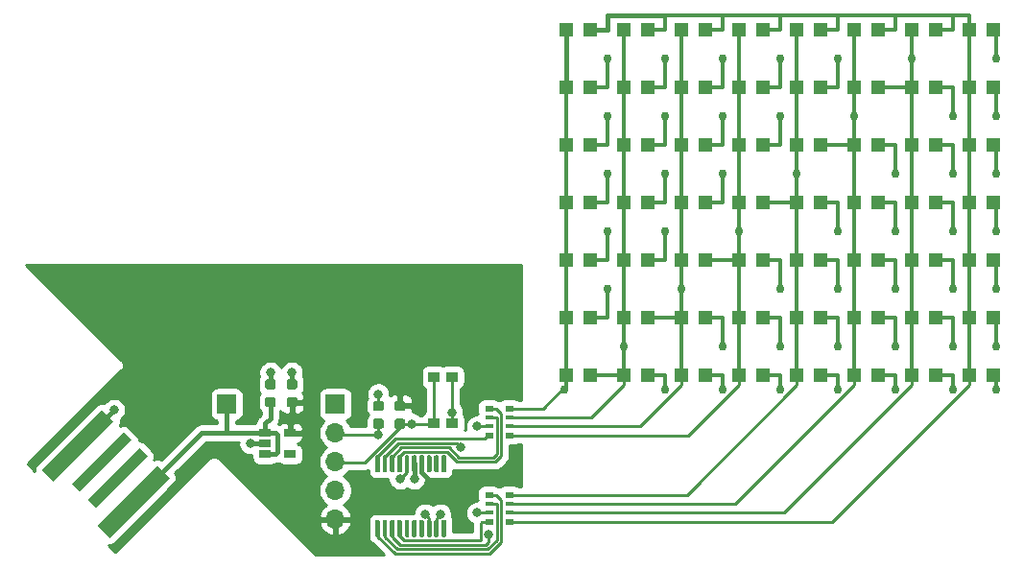
<source format=gbr>
G04 #@! TF.GenerationSoftware,KiCad,Pcbnew,(5.1.5-0-10_14)*
G04 #@! TF.CreationDate,2020-05-23T19:03:48-06:00*
G04 #@! TF.ProjectId,business_card_v1,62757369-6e65-4737-935f-636172645f76,rev?*
G04 #@! TF.SameCoordinates,Original*
G04 #@! TF.FileFunction,Copper,L1,Top*
G04 #@! TF.FilePolarity,Positive*
%FSLAX46Y46*%
G04 Gerber Fmt 4.6, Leading zero omitted, Abs format (unit mm)*
G04 Created by KiCad (PCBNEW (5.1.5-0-10_14)) date 2020-05-23 19:03:48*
%MOMM*%
%LPD*%
G04 APERTURE LIST*
%ADD10R,0.800000X0.500000*%
%ADD11R,0.800000X0.400000*%
%ADD12C,0.100000*%
%ADD13R,1.700000X1.700000*%
%ADD14R,1.000000X0.900000*%
%ADD15R,1.060000X0.650000*%
%ADD16O,1.700000X1.700000*%
%ADD17R,1.200000X1.200000*%
%ADD18C,0.800000*%
%ADD19C,0.756400*%
%ADD20C,0.250000*%
%ADD21C,0.400000*%
%ADD22C,0.304800*%
%ADD23C,0.406400*%
%ADD24C,0.254000*%
G04 APERTURE END LIST*
D10*
X147458000Y-126930000D03*
D11*
X147458000Y-126130000D03*
D10*
X147458000Y-124530000D03*
D11*
X147458000Y-125330000D03*
D10*
X145658000Y-126930000D03*
D11*
X145658000Y-125330000D03*
X145658000Y-126130000D03*
D10*
X145658000Y-124530000D03*
X147458000Y-119310000D03*
D11*
X147458000Y-118510000D03*
D10*
X147458000Y-116910000D03*
D11*
X147458000Y-117710000D03*
D10*
X145658000Y-119310000D03*
D11*
X145658000Y-117710000D03*
X145658000Y-118510000D03*
D10*
X145658000Y-116910000D03*
G04 #@! TA.AperFunction,SMDPad,CuDef*
D12*
G36*
X107230665Y-123390829D02*
G01*
X106170004Y-122330168D01*
X111473305Y-117026867D01*
X112533966Y-118087528D01*
X107230665Y-123390829D01*
G37*
G04 #@! TD.AperFunction*
G04 #@! TA.AperFunction,SMDPad,CuDef*
G36*
X109528761Y-124274711D02*
G01*
X108821655Y-123567605D01*
X113417849Y-118971411D01*
X114124955Y-119678517D01*
X109528761Y-124274711D01*
G37*
G04 #@! TD.AperFunction*
G04 #@! TA.AperFunction,SMDPad,CuDef*
G36*
X110942975Y-125688925D02*
G01*
X110235869Y-124981819D01*
X114832063Y-120385625D01*
X115539169Y-121092731D01*
X110942975Y-125688925D01*
G37*
G04 #@! TD.AperFunction*
G04 #@! TA.AperFunction,SMDPad,CuDef*
G36*
X112180412Y-128340576D02*
G01*
X111119751Y-127279915D01*
X116423052Y-121976614D01*
X117483713Y-123037275D01*
X112180412Y-128340576D01*
G37*
G04 #@! TD.AperFunction*
D13*
X122504200Y-116522500D03*
D14*
X142405000Y-114155000D03*
X140805000Y-114155000D03*
X142405000Y-118255000D03*
X140805000Y-118255000D03*
G04 #@! TA.AperFunction,SMDPad,CuDef*
D12*
G36*
X136167691Y-116251053D02*
G01*
X136188926Y-116254203D01*
X136209750Y-116259419D01*
X136229962Y-116266651D01*
X136249368Y-116275830D01*
X136267781Y-116286866D01*
X136285024Y-116299654D01*
X136300930Y-116314070D01*
X136315346Y-116329976D01*
X136328134Y-116347219D01*
X136339170Y-116365632D01*
X136348349Y-116385038D01*
X136355581Y-116405250D01*
X136360797Y-116426074D01*
X136363947Y-116447309D01*
X136365000Y-116468750D01*
X136365000Y-116906250D01*
X136363947Y-116927691D01*
X136360797Y-116948926D01*
X136355581Y-116969750D01*
X136348349Y-116989962D01*
X136339170Y-117009368D01*
X136328134Y-117027781D01*
X136315346Y-117045024D01*
X136300930Y-117060930D01*
X136285024Y-117075346D01*
X136267781Y-117088134D01*
X136249368Y-117099170D01*
X136229962Y-117108349D01*
X136209750Y-117115581D01*
X136188926Y-117120797D01*
X136167691Y-117123947D01*
X136146250Y-117125000D01*
X135633750Y-117125000D01*
X135612309Y-117123947D01*
X135591074Y-117120797D01*
X135570250Y-117115581D01*
X135550038Y-117108349D01*
X135530632Y-117099170D01*
X135512219Y-117088134D01*
X135494976Y-117075346D01*
X135479070Y-117060930D01*
X135464654Y-117045024D01*
X135451866Y-117027781D01*
X135440830Y-117009368D01*
X135431651Y-116989962D01*
X135424419Y-116969750D01*
X135419203Y-116948926D01*
X135416053Y-116927691D01*
X135415000Y-116906250D01*
X135415000Y-116468750D01*
X135416053Y-116447309D01*
X135419203Y-116426074D01*
X135424419Y-116405250D01*
X135431651Y-116385038D01*
X135440830Y-116365632D01*
X135451866Y-116347219D01*
X135464654Y-116329976D01*
X135479070Y-116314070D01*
X135494976Y-116299654D01*
X135512219Y-116286866D01*
X135530632Y-116275830D01*
X135550038Y-116266651D01*
X135570250Y-116259419D01*
X135591074Y-116254203D01*
X135612309Y-116251053D01*
X135633750Y-116250000D01*
X136146250Y-116250000D01*
X136167691Y-116251053D01*
G37*
G04 #@! TD.AperFunction*
G04 #@! TA.AperFunction,SMDPad,CuDef*
G36*
X136167691Y-117826053D02*
G01*
X136188926Y-117829203D01*
X136209750Y-117834419D01*
X136229962Y-117841651D01*
X136249368Y-117850830D01*
X136267781Y-117861866D01*
X136285024Y-117874654D01*
X136300930Y-117889070D01*
X136315346Y-117904976D01*
X136328134Y-117922219D01*
X136339170Y-117940632D01*
X136348349Y-117960038D01*
X136355581Y-117980250D01*
X136360797Y-118001074D01*
X136363947Y-118022309D01*
X136365000Y-118043750D01*
X136365000Y-118481250D01*
X136363947Y-118502691D01*
X136360797Y-118523926D01*
X136355581Y-118544750D01*
X136348349Y-118564962D01*
X136339170Y-118584368D01*
X136328134Y-118602781D01*
X136315346Y-118620024D01*
X136300930Y-118635930D01*
X136285024Y-118650346D01*
X136267781Y-118663134D01*
X136249368Y-118674170D01*
X136229962Y-118683349D01*
X136209750Y-118690581D01*
X136188926Y-118695797D01*
X136167691Y-118698947D01*
X136146250Y-118700000D01*
X135633750Y-118700000D01*
X135612309Y-118698947D01*
X135591074Y-118695797D01*
X135570250Y-118690581D01*
X135550038Y-118683349D01*
X135530632Y-118674170D01*
X135512219Y-118663134D01*
X135494976Y-118650346D01*
X135479070Y-118635930D01*
X135464654Y-118620024D01*
X135451866Y-118602781D01*
X135440830Y-118584368D01*
X135431651Y-118564962D01*
X135424419Y-118544750D01*
X135419203Y-118523926D01*
X135416053Y-118502691D01*
X135415000Y-118481250D01*
X135415000Y-118043750D01*
X135416053Y-118022309D01*
X135419203Y-118001074D01*
X135424419Y-117980250D01*
X135431651Y-117960038D01*
X135440830Y-117940632D01*
X135451866Y-117922219D01*
X135464654Y-117904976D01*
X135479070Y-117889070D01*
X135494976Y-117874654D01*
X135512219Y-117861866D01*
X135530632Y-117850830D01*
X135550038Y-117841651D01*
X135570250Y-117834419D01*
X135591074Y-117829203D01*
X135612309Y-117826053D01*
X135633750Y-117825000D01*
X136146250Y-117825000D01*
X136167691Y-117826053D01*
G37*
G04 #@! TD.AperFunction*
G04 #@! TA.AperFunction,SMDPad,CuDef*
G36*
X138072691Y-116251053D02*
G01*
X138093926Y-116254203D01*
X138114750Y-116259419D01*
X138134962Y-116266651D01*
X138154368Y-116275830D01*
X138172781Y-116286866D01*
X138190024Y-116299654D01*
X138205930Y-116314070D01*
X138220346Y-116329976D01*
X138233134Y-116347219D01*
X138244170Y-116365632D01*
X138253349Y-116385038D01*
X138260581Y-116405250D01*
X138265797Y-116426074D01*
X138268947Y-116447309D01*
X138270000Y-116468750D01*
X138270000Y-116906250D01*
X138268947Y-116927691D01*
X138265797Y-116948926D01*
X138260581Y-116969750D01*
X138253349Y-116989962D01*
X138244170Y-117009368D01*
X138233134Y-117027781D01*
X138220346Y-117045024D01*
X138205930Y-117060930D01*
X138190024Y-117075346D01*
X138172781Y-117088134D01*
X138154368Y-117099170D01*
X138134962Y-117108349D01*
X138114750Y-117115581D01*
X138093926Y-117120797D01*
X138072691Y-117123947D01*
X138051250Y-117125000D01*
X137538750Y-117125000D01*
X137517309Y-117123947D01*
X137496074Y-117120797D01*
X137475250Y-117115581D01*
X137455038Y-117108349D01*
X137435632Y-117099170D01*
X137417219Y-117088134D01*
X137399976Y-117075346D01*
X137384070Y-117060930D01*
X137369654Y-117045024D01*
X137356866Y-117027781D01*
X137345830Y-117009368D01*
X137336651Y-116989962D01*
X137329419Y-116969750D01*
X137324203Y-116948926D01*
X137321053Y-116927691D01*
X137320000Y-116906250D01*
X137320000Y-116468750D01*
X137321053Y-116447309D01*
X137324203Y-116426074D01*
X137329419Y-116405250D01*
X137336651Y-116385038D01*
X137345830Y-116365632D01*
X137356866Y-116347219D01*
X137369654Y-116329976D01*
X137384070Y-116314070D01*
X137399976Y-116299654D01*
X137417219Y-116286866D01*
X137435632Y-116275830D01*
X137455038Y-116266651D01*
X137475250Y-116259419D01*
X137496074Y-116254203D01*
X137517309Y-116251053D01*
X137538750Y-116250000D01*
X138051250Y-116250000D01*
X138072691Y-116251053D01*
G37*
G04 #@! TD.AperFunction*
G04 #@! TA.AperFunction,SMDPad,CuDef*
G36*
X138072691Y-117826053D02*
G01*
X138093926Y-117829203D01*
X138114750Y-117834419D01*
X138134962Y-117841651D01*
X138154368Y-117850830D01*
X138172781Y-117861866D01*
X138190024Y-117874654D01*
X138205930Y-117889070D01*
X138220346Y-117904976D01*
X138233134Y-117922219D01*
X138244170Y-117940632D01*
X138253349Y-117960038D01*
X138260581Y-117980250D01*
X138265797Y-118001074D01*
X138268947Y-118022309D01*
X138270000Y-118043750D01*
X138270000Y-118481250D01*
X138268947Y-118502691D01*
X138265797Y-118523926D01*
X138260581Y-118544750D01*
X138253349Y-118564962D01*
X138244170Y-118584368D01*
X138233134Y-118602781D01*
X138220346Y-118620024D01*
X138205930Y-118635930D01*
X138190024Y-118650346D01*
X138172781Y-118663134D01*
X138154368Y-118674170D01*
X138134962Y-118683349D01*
X138114750Y-118690581D01*
X138093926Y-118695797D01*
X138072691Y-118698947D01*
X138051250Y-118700000D01*
X137538750Y-118700000D01*
X137517309Y-118698947D01*
X137496074Y-118695797D01*
X137475250Y-118690581D01*
X137455038Y-118683349D01*
X137435632Y-118674170D01*
X137417219Y-118663134D01*
X137399976Y-118650346D01*
X137384070Y-118635930D01*
X137369654Y-118620024D01*
X137356866Y-118602781D01*
X137345830Y-118584368D01*
X137336651Y-118564962D01*
X137329419Y-118544750D01*
X137324203Y-118523926D01*
X137321053Y-118502691D01*
X137320000Y-118481250D01*
X137320000Y-118043750D01*
X137321053Y-118022309D01*
X137324203Y-118001074D01*
X137329419Y-117980250D01*
X137336651Y-117960038D01*
X137345830Y-117940632D01*
X137356866Y-117922219D01*
X137369654Y-117904976D01*
X137384070Y-117889070D01*
X137399976Y-117874654D01*
X137417219Y-117861866D01*
X137435632Y-117850830D01*
X137455038Y-117841651D01*
X137475250Y-117834419D01*
X137496074Y-117829203D01*
X137517309Y-117826053D01*
X137538750Y-117825000D01*
X138051250Y-117825000D01*
X138072691Y-117826053D01*
G37*
G04 #@! TD.AperFunction*
G04 #@! TA.AperFunction,SMDPad,CuDef*
G36*
X128547691Y-114346053D02*
G01*
X128568926Y-114349203D01*
X128589750Y-114354419D01*
X128609962Y-114361651D01*
X128629368Y-114370830D01*
X128647781Y-114381866D01*
X128665024Y-114394654D01*
X128680930Y-114409070D01*
X128695346Y-114424976D01*
X128708134Y-114442219D01*
X128719170Y-114460632D01*
X128728349Y-114480038D01*
X128735581Y-114500250D01*
X128740797Y-114521074D01*
X128743947Y-114542309D01*
X128745000Y-114563750D01*
X128745000Y-115001250D01*
X128743947Y-115022691D01*
X128740797Y-115043926D01*
X128735581Y-115064750D01*
X128728349Y-115084962D01*
X128719170Y-115104368D01*
X128708134Y-115122781D01*
X128695346Y-115140024D01*
X128680930Y-115155930D01*
X128665024Y-115170346D01*
X128647781Y-115183134D01*
X128629368Y-115194170D01*
X128609962Y-115203349D01*
X128589750Y-115210581D01*
X128568926Y-115215797D01*
X128547691Y-115218947D01*
X128526250Y-115220000D01*
X128013750Y-115220000D01*
X127992309Y-115218947D01*
X127971074Y-115215797D01*
X127950250Y-115210581D01*
X127930038Y-115203349D01*
X127910632Y-115194170D01*
X127892219Y-115183134D01*
X127874976Y-115170346D01*
X127859070Y-115155930D01*
X127844654Y-115140024D01*
X127831866Y-115122781D01*
X127820830Y-115104368D01*
X127811651Y-115084962D01*
X127804419Y-115064750D01*
X127799203Y-115043926D01*
X127796053Y-115022691D01*
X127795000Y-115001250D01*
X127795000Y-114563750D01*
X127796053Y-114542309D01*
X127799203Y-114521074D01*
X127804419Y-114500250D01*
X127811651Y-114480038D01*
X127820830Y-114460632D01*
X127831866Y-114442219D01*
X127844654Y-114424976D01*
X127859070Y-114409070D01*
X127874976Y-114394654D01*
X127892219Y-114381866D01*
X127910632Y-114370830D01*
X127930038Y-114361651D01*
X127950250Y-114354419D01*
X127971074Y-114349203D01*
X127992309Y-114346053D01*
X128013750Y-114345000D01*
X128526250Y-114345000D01*
X128547691Y-114346053D01*
G37*
G04 #@! TD.AperFunction*
G04 #@! TA.AperFunction,SMDPad,CuDef*
G36*
X128547691Y-115921053D02*
G01*
X128568926Y-115924203D01*
X128589750Y-115929419D01*
X128609962Y-115936651D01*
X128629368Y-115945830D01*
X128647781Y-115956866D01*
X128665024Y-115969654D01*
X128680930Y-115984070D01*
X128695346Y-115999976D01*
X128708134Y-116017219D01*
X128719170Y-116035632D01*
X128728349Y-116055038D01*
X128735581Y-116075250D01*
X128740797Y-116096074D01*
X128743947Y-116117309D01*
X128745000Y-116138750D01*
X128745000Y-116576250D01*
X128743947Y-116597691D01*
X128740797Y-116618926D01*
X128735581Y-116639750D01*
X128728349Y-116659962D01*
X128719170Y-116679368D01*
X128708134Y-116697781D01*
X128695346Y-116715024D01*
X128680930Y-116730930D01*
X128665024Y-116745346D01*
X128647781Y-116758134D01*
X128629368Y-116769170D01*
X128609962Y-116778349D01*
X128589750Y-116785581D01*
X128568926Y-116790797D01*
X128547691Y-116793947D01*
X128526250Y-116795000D01*
X128013750Y-116795000D01*
X127992309Y-116793947D01*
X127971074Y-116790797D01*
X127950250Y-116785581D01*
X127930038Y-116778349D01*
X127910632Y-116769170D01*
X127892219Y-116758134D01*
X127874976Y-116745346D01*
X127859070Y-116730930D01*
X127844654Y-116715024D01*
X127831866Y-116697781D01*
X127820830Y-116679368D01*
X127811651Y-116659962D01*
X127804419Y-116639750D01*
X127799203Y-116618926D01*
X127796053Y-116597691D01*
X127795000Y-116576250D01*
X127795000Y-116138750D01*
X127796053Y-116117309D01*
X127799203Y-116096074D01*
X127804419Y-116075250D01*
X127811651Y-116055038D01*
X127820830Y-116035632D01*
X127831866Y-116017219D01*
X127844654Y-115999976D01*
X127859070Y-115984070D01*
X127874976Y-115969654D01*
X127892219Y-115956866D01*
X127910632Y-115945830D01*
X127930038Y-115936651D01*
X127950250Y-115929419D01*
X127971074Y-115924203D01*
X127992309Y-115921053D01*
X128013750Y-115920000D01*
X128526250Y-115920000D01*
X128547691Y-115921053D01*
G37*
G04 #@! TD.AperFunction*
G04 #@! TA.AperFunction,SMDPad,CuDef*
G36*
X126642691Y-115921053D02*
G01*
X126663926Y-115924203D01*
X126684750Y-115929419D01*
X126704962Y-115936651D01*
X126724368Y-115945830D01*
X126742781Y-115956866D01*
X126760024Y-115969654D01*
X126775930Y-115984070D01*
X126790346Y-115999976D01*
X126803134Y-116017219D01*
X126814170Y-116035632D01*
X126823349Y-116055038D01*
X126830581Y-116075250D01*
X126835797Y-116096074D01*
X126838947Y-116117309D01*
X126840000Y-116138750D01*
X126840000Y-116576250D01*
X126838947Y-116597691D01*
X126835797Y-116618926D01*
X126830581Y-116639750D01*
X126823349Y-116659962D01*
X126814170Y-116679368D01*
X126803134Y-116697781D01*
X126790346Y-116715024D01*
X126775930Y-116730930D01*
X126760024Y-116745346D01*
X126742781Y-116758134D01*
X126724368Y-116769170D01*
X126704962Y-116778349D01*
X126684750Y-116785581D01*
X126663926Y-116790797D01*
X126642691Y-116793947D01*
X126621250Y-116795000D01*
X126108750Y-116795000D01*
X126087309Y-116793947D01*
X126066074Y-116790797D01*
X126045250Y-116785581D01*
X126025038Y-116778349D01*
X126005632Y-116769170D01*
X125987219Y-116758134D01*
X125969976Y-116745346D01*
X125954070Y-116730930D01*
X125939654Y-116715024D01*
X125926866Y-116697781D01*
X125915830Y-116679368D01*
X125906651Y-116659962D01*
X125899419Y-116639750D01*
X125894203Y-116618926D01*
X125891053Y-116597691D01*
X125890000Y-116576250D01*
X125890000Y-116138750D01*
X125891053Y-116117309D01*
X125894203Y-116096074D01*
X125899419Y-116075250D01*
X125906651Y-116055038D01*
X125915830Y-116035632D01*
X125926866Y-116017219D01*
X125939654Y-115999976D01*
X125954070Y-115984070D01*
X125969976Y-115969654D01*
X125987219Y-115956866D01*
X126005632Y-115945830D01*
X126025038Y-115936651D01*
X126045250Y-115929419D01*
X126066074Y-115924203D01*
X126087309Y-115921053D01*
X126108750Y-115920000D01*
X126621250Y-115920000D01*
X126642691Y-115921053D01*
G37*
G04 #@! TD.AperFunction*
G04 #@! TA.AperFunction,SMDPad,CuDef*
G36*
X126642691Y-114346053D02*
G01*
X126663926Y-114349203D01*
X126684750Y-114354419D01*
X126704962Y-114361651D01*
X126724368Y-114370830D01*
X126742781Y-114381866D01*
X126760024Y-114394654D01*
X126775930Y-114409070D01*
X126790346Y-114424976D01*
X126803134Y-114442219D01*
X126814170Y-114460632D01*
X126823349Y-114480038D01*
X126830581Y-114500250D01*
X126835797Y-114521074D01*
X126838947Y-114542309D01*
X126840000Y-114563750D01*
X126840000Y-115001250D01*
X126838947Y-115022691D01*
X126835797Y-115043926D01*
X126830581Y-115064750D01*
X126823349Y-115084962D01*
X126814170Y-115104368D01*
X126803134Y-115122781D01*
X126790346Y-115140024D01*
X126775930Y-115155930D01*
X126760024Y-115170346D01*
X126742781Y-115183134D01*
X126724368Y-115194170D01*
X126704962Y-115203349D01*
X126684750Y-115210581D01*
X126663926Y-115215797D01*
X126642691Y-115218947D01*
X126621250Y-115220000D01*
X126108750Y-115220000D01*
X126087309Y-115218947D01*
X126066074Y-115215797D01*
X126045250Y-115210581D01*
X126025038Y-115203349D01*
X126005632Y-115194170D01*
X125987219Y-115183134D01*
X125969976Y-115170346D01*
X125954070Y-115155930D01*
X125939654Y-115140024D01*
X125926866Y-115122781D01*
X125915830Y-115104368D01*
X125906651Y-115084962D01*
X125899419Y-115064750D01*
X125894203Y-115043926D01*
X125891053Y-115022691D01*
X125890000Y-115001250D01*
X125890000Y-114563750D01*
X125891053Y-114542309D01*
X125894203Y-114521074D01*
X125899419Y-114500250D01*
X125906651Y-114480038D01*
X125915830Y-114460632D01*
X125926866Y-114442219D01*
X125939654Y-114424976D01*
X125954070Y-114409070D01*
X125969976Y-114394654D01*
X125987219Y-114381866D01*
X126005632Y-114370830D01*
X126025038Y-114361651D01*
X126045250Y-114354419D01*
X126066074Y-114349203D01*
X126087309Y-114346053D01*
X126108750Y-114345000D01*
X126621250Y-114345000D01*
X126642691Y-114346053D01*
G37*
G04 #@! TD.AperFunction*
G04 #@! TA.AperFunction,SMDPad,CuDef*
G36*
X141782302Y-126775982D02*
G01*
X141792009Y-126777421D01*
X141801528Y-126779806D01*
X141810768Y-126783112D01*
X141819640Y-126787308D01*
X141828057Y-126792353D01*
X141835939Y-126798199D01*
X141843211Y-126804789D01*
X141849801Y-126812061D01*
X141855647Y-126819943D01*
X141860692Y-126828360D01*
X141864888Y-126837232D01*
X141868194Y-126846472D01*
X141870579Y-126855991D01*
X141872018Y-126865698D01*
X141872500Y-126875500D01*
X141872500Y-128150500D01*
X141872018Y-128160302D01*
X141870579Y-128170009D01*
X141868194Y-128179528D01*
X141864888Y-128188768D01*
X141860692Y-128197640D01*
X141855647Y-128206057D01*
X141849801Y-128213939D01*
X141843211Y-128221211D01*
X141835939Y-128227801D01*
X141828057Y-128233647D01*
X141819640Y-128238692D01*
X141810768Y-128242888D01*
X141801528Y-128246194D01*
X141792009Y-128248579D01*
X141782302Y-128250018D01*
X141772500Y-128250500D01*
X141572500Y-128250500D01*
X141562698Y-128250018D01*
X141552991Y-128248579D01*
X141543472Y-128246194D01*
X141534232Y-128242888D01*
X141525360Y-128238692D01*
X141516943Y-128233647D01*
X141509061Y-128227801D01*
X141501789Y-128221211D01*
X141495199Y-128213939D01*
X141489353Y-128206057D01*
X141484308Y-128197640D01*
X141480112Y-128188768D01*
X141476806Y-128179528D01*
X141474421Y-128170009D01*
X141472982Y-128160302D01*
X141472500Y-128150500D01*
X141472500Y-126875500D01*
X141472982Y-126865698D01*
X141474421Y-126855991D01*
X141476806Y-126846472D01*
X141480112Y-126837232D01*
X141484308Y-126828360D01*
X141489353Y-126819943D01*
X141495199Y-126812061D01*
X141501789Y-126804789D01*
X141509061Y-126798199D01*
X141516943Y-126792353D01*
X141525360Y-126787308D01*
X141534232Y-126783112D01*
X141543472Y-126779806D01*
X141552991Y-126777421D01*
X141562698Y-126775982D01*
X141572500Y-126775500D01*
X141772500Y-126775500D01*
X141782302Y-126775982D01*
G37*
G04 #@! TD.AperFunction*
G04 #@! TA.AperFunction,SMDPad,CuDef*
G36*
X141132302Y-126775982D02*
G01*
X141142009Y-126777421D01*
X141151528Y-126779806D01*
X141160768Y-126783112D01*
X141169640Y-126787308D01*
X141178057Y-126792353D01*
X141185939Y-126798199D01*
X141193211Y-126804789D01*
X141199801Y-126812061D01*
X141205647Y-126819943D01*
X141210692Y-126828360D01*
X141214888Y-126837232D01*
X141218194Y-126846472D01*
X141220579Y-126855991D01*
X141222018Y-126865698D01*
X141222500Y-126875500D01*
X141222500Y-128150500D01*
X141222018Y-128160302D01*
X141220579Y-128170009D01*
X141218194Y-128179528D01*
X141214888Y-128188768D01*
X141210692Y-128197640D01*
X141205647Y-128206057D01*
X141199801Y-128213939D01*
X141193211Y-128221211D01*
X141185939Y-128227801D01*
X141178057Y-128233647D01*
X141169640Y-128238692D01*
X141160768Y-128242888D01*
X141151528Y-128246194D01*
X141142009Y-128248579D01*
X141132302Y-128250018D01*
X141122500Y-128250500D01*
X140922500Y-128250500D01*
X140912698Y-128250018D01*
X140902991Y-128248579D01*
X140893472Y-128246194D01*
X140884232Y-128242888D01*
X140875360Y-128238692D01*
X140866943Y-128233647D01*
X140859061Y-128227801D01*
X140851789Y-128221211D01*
X140845199Y-128213939D01*
X140839353Y-128206057D01*
X140834308Y-128197640D01*
X140830112Y-128188768D01*
X140826806Y-128179528D01*
X140824421Y-128170009D01*
X140822982Y-128160302D01*
X140822500Y-128150500D01*
X140822500Y-126875500D01*
X140822982Y-126865698D01*
X140824421Y-126855991D01*
X140826806Y-126846472D01*
X140830112Y-126837232D01*
X140834308Y-126828360D01*
X140839353Y-126819943D01*
X140845199Y-126812061D01*
X140851789Y-126804789D01*
X140859061Y-126798199D01*
X140866943Y-126792353D01*
X140875360Y-126787308D01*
X140884232Y-126783112D01*
X140893472Y-126779806D01*
X140902991Y-126777421D01*
X140912698Y-126775982D01*
X140922500Y-126775500D01*
X141122500Y-126775500D01*
X141132302Y-126775982D01*
G37*
G04 #@! TD.AperFunction*
G04 #@! TA.AperFunction,SMDPad,CuDef*
G36*
X140482302Y-126775982D02*
G01*
X140492009Y-126777421D01*
X140501528Y-126779806D01*
X140510768Y-126783112D01*
X140519640Y-126787308D01*
X140528057Y-126792353D01*
X140535939Y-126798199D01*
X140543211Y-126804789D01*
X140549801Y-126812061D01*
X140555647Y-126819943D01*
X140560692Y-126828360D01*
X140564888Y-126837232D01*
X140568194Y-126846472D01*
X140570579Y-126855991D01*
X140572018Y-126865698D01*
X140572500Y-126875500D01*
X140572500Y-128150500D01*
X140572018Y-128160302D01*
X140570579Y-128170009D01*
X140568194Y-128179528D01*
X140564888Y-128188768D01*
X140560692Y-128197640D01*
X140555647Y-128206057D01*
X140549801Y-128213939D01*
X140543211Y-128221211D01*
X140535939Y-128227801D01*
X140528057Y-128233647D01*
X140519640Y-128238692D01*
X140510768Y-128242888D01*
X140501528Y-128246194D01*
X140492009Y-128248579D01*
X140482302Y-128250018D01*
X140472500Y-128250500D01*
X140272500Y-128250500D01*
X140262698Y-128250018D01*
X140252991Y-128248579D01*
X140243472Y-128246194D01*
X140234232Y-128242888D01*
X140225360Y-128238692D01*
X140216943Y-128233647D01*
X140209061Y-128227801D01*
X140201789Y-128221211D01*
X140195199Y-128213939D01*
X140189353Y-128206057D01*
X140184308Y-128197640D01*
X140180112Y-128188768D01*
X140176806Y-128179528D01*
X140174421Y-128170009D01*
X140172982Y-128160302D01*
X140172500Y-128150500D01*
X140172500Y-126875500D01*
X140172982Y-126865698D01*
X140174421Y-126855991D01*
X140176806Y-126846472D01*
X140180112Y-126837232D01*
X140184308Y-126828360D01*
X140189353Y-126819943D01*
X140195199Y-126812061D01*
X140201789Y-126804789D01*
X140209061Y-126798199D01*
X140216943Y-126792353D01*
X140225360Y-126787308D01*
X140234232Y-126783112D01*
X140243472Y-126779806D01*
X140252991Y-126777421D01*
X140262698Y-126775982D01*
X140272500Y-126775500D01*
X140472500Y-126775500D01*
X140482302Y-126775982D01*
G37*
G04 #@! TD.AperFunction*
G04 #@! TA.AperFunction,SMDPad,CuDef*
G36*
X139832302Y-126775982D02*
G01*
X139842009Y-126777421D01*
X139851528Y-126779806D01*
X139860768Y-126783112D01*
X139869640Y-126787308D01*
X139878057Y-126792353D01*
X139885939Y-126798199D01*
X139893211Y-126804789D01*
X139899801Y-126812061D01*
X139905647Y-126819943D01*
X139910692Y-126828360D01*
X139914888Y-126837232D01*
X139918194Y-126846472D01*
X139920579Y-126855991D01*
X139922018Y-126865698D01*
X139922500Y-126875500D01*
X139922500Y-128150500D01*
X139922018Y-128160302D01*
X139920579Y-128170009D01*
X139918194Y-128179528D01*
X139914888Y-128188768D01*
X139910692Y-128197640D01*
X139905647Y-128206057D01*
X139899801Y-128213939D01*
X139893211Y-128221211D01*
X139885939Y-128227801D01*
X139878057Y-128233647D01*
X139869640Y-128238692D01*
X139860768Y-128242888D01*
X139851528Y-128246194D01*
X139842009Y-128248579D01*
X139832302Y-128250018D01*
X139822500Y-128250500D01*
X139622500Y-128250500D01*
X139612698Y-128250018D01*
X139602991Y-128248579D01*
X139593472Y-128246194D01*
X139584232Y-128242888D01*
X139575360Y-128238692D01*
X139566943Y-128233647D01*
X139559061Y-128227801D01*
X139551789Y-128221211D01*
X139545199Y-128213939D01*
X139539353Y-128206057D01*
X139534308Y-128197640D01*
X139530112Y-128188768D01*
X139526806Y-128179528D01*
X139524421Y-128170009D01*
X139522982Y-128160302D01*
X139522500Y-128150500D01*
X139522500Y-126875500D01*
X139522982Y-126865698D01*
X139524421Y-126855991D01*
X139526806Y-126846472D01*
X139530112Y-126837232D01*
X139534308Y-126828360D01*
X139539353Y-126819943D01*
X139545199Y-126812061D01*
X139551789Y-126804789D01*
X139559061Y-126798199D01*
X139566943Y-126792353D01*
X139575360Y-126787308D01*
X139584232Y-126783112D01*
X139593472Y-126779806D01*
X139602991Y-126777421D01*
X139612698Y-126775982D01*
X139622500Y-126775500D01*
X139822500Y-126775500D01*
X139832302Y-126775982D01*
G37*
G04 #@! TD.AperFunction*
G04 #@! TA.AperFunction,SMDPad,CuDef*
G36*
X139182302Y-126775982D02*
G01*
X139192009Y-126777421D01*
X139201528Y-126779806D01*
X139210768Y-126783112D01*
X139219640Y-126787308D01*
X139228057Y-126792353D01*
X139235939Y-126798199D01*
X139243211Y-126804789D01*
X139249801Y-126812061D01*
X139255647Y-126819943D01*
X139260692Y-126828360D01*
X139264888Y-126837232D01*
X139268194Y-126846472D01*
X139270579Y-126855991D01*
X139272018Y-126865698D01*
X139272500Y-126875500D01*
X139272500Y-128150500D01*
X139272018Y-128160302D01*
X139270579Y-128170009D01*
X139268194Y-128179528D01*
X139264888Y-128188768D01*
X139260692Y-128197640D01*
X139255647Y-128206057D01*
X139249801Y-128213939D01*
X139243211Y-128221211D01*
X139235939Y-128227801D01*
X139228057Y-128233647D01*
X139219640Y-128238692D01*
X139210768Y-128242888D01*
X139201528Y-128246194D01*
X139192009Y-128248579D01*
X139182302Y-128250018D01*
X139172500Y-128250500D01*
X138972500Y-128250500D01*
X138962698Y-128250018D01*
X138952991Y-128248579D01*
X138943472Y-128246194D01*
X138934232Y-128242888D01*
X138925360Y-128238692D01*
X138916943Y-128233647D01*
X138909061Y-128227801D01*
X138901789Y-128221211D01*
X138895199Y-128213939D01*
X138889353Y-128206057D01*
X138884308Y-128197640D01*
X138880112Y-128188768D01*
X138876806Y-128179528D01*
X138874421Y-128170009D01*
X138872982Y-128160302D01*
X138872500Y-128150500D01*
X138872500Y-126875500D01*
X138872982Y-126865698D01*
X138874421Y-126855991D01*
X138876806Y-126846472D01*
X138880112Y-126837232D01*
X138884308Y-126828360D01*
X138889353Y-126819943D01*
X138895199Y-126812061D01*
X138901789Y-126804789D01*
X138909061Y-126798199D01*
X138916943Y-126792353D01*
X138925360Y-126787308D01*
X138934232Y-126783112D01*
X138943472Y-126779806D01*
X138952991Y-126777421D01*
X138962698Y-126775982D01*
X138972500Y-126775500D01*
X139172500Y-126775500D01*
X139182302Y-126775982D01*
G37*
G04 #@! TD.AperFunction*
G04 #@! TA.AperFunction,SMDPad,CuDef*
G36*
X138532302Y-126775982D02*
G01*
X138542009Y-126777421D01*
X138551528Y-126779806D01*
X138560768Y-126783112D01*
X138569640Y-126787308D01*
X138578057Y-126792353D01*
X138585939Y-126798199D01*
X138593211Y-126804789D01*
X138599801Y-126812061D01*
X138605647Y-126819943D01*
X138610692Y-126828360D01*
X138614888Y-126837232D01*
X138618194Y-126846472D01*
X138620579Y-126855991D01*
X138622018Y-126865698D01*
X138622500Y-126875500D01*
X138622500Y-128150500D01*
X138622018Y-128160302D01*
X138620579Y-128170009D01*
X138618194Y-128179528D01*
X138614888Y-128188768D01*
X138610692Y-128197640D01*
X138605647Y-128206057D01*
X138599801Y-128213939D01*
X138593211Y-128221211D01*
X138585939Y-128227801D01*
X138578057Y-128233647D01*
X138569640Y-128238692D01*
X138560768Y-128242888D01*
X138551528Y-128246194D01*
X138542009Y-128248579D01*
X138532302Y-128250018D01*
X138522500Y-128250500D01*
X138322500Y-128250500D01*
X138312698Y-128250018D01*
X138302991Y-128248579D01*
X138293472Y-128246194D01*
X138284232Y-128242888D01*
X138275360Y-128238692D01*
X138266943Y-128233647D01*
X138259061Y-128227801D01*
X138251789Y-128221211D01*
X138245199Y-128213939D01*
X138239353Y-128206057D01*
X138234308Y-128197640D01*
X138230112Y-128188768D01*
X138226806Y-128179528D01*
X138224421Y-128170009D01*
X138222982Y-128160302D01*
X138222500Y-128150500D01*
X138222500Y-126875500D01*
X138222982Y-126865698D01*
X138224421Y-126855991D01*
X138226806Y-126846472D01*
X138230112Y-126837232D01*
X138234308Y-126828360D01*
X138239353Y-126819943D01*
X138245199Y-126812061D01*
X138251789Y-126804789D01*
X138259061Y-126798199D01*
X138266943Y-126792353D01*
X138275360Y-126787308D01*
X138284232Y-126783112D01*
X138293472Y-126779806D01*
X138302991Y-126777421D01*
X138312698Y-126775982D01*
X138322500Y-126775500D01*
X138522500Y-126775500D01*
X138532302Y-126775982D01*
G37*
G04 #@! TD.AperFunction*
G04 #@! TA.AperFunction,SMDPad,CuDef*
G36*
X137882302Y-126775982D02*
G01*
X137892009Y-126777421D01*
X137901528Y-126779806D01*
X137910768Y-126783112D01*
X137919640Y-126787308D01*
X137928057Y-126792353D01*
X137935939Y-126798199D01*
X137943211Y-126804789D01*
X137949801Y-126812061D01*
X137955647Y-126819943D01*
X137960692Y-126828360D01*
X137964888Y-126837232D01*
X137968194Y-126846472D01*
X137970579Y-126855991D01*
X137972018Y-126865698D01*
X137972500Y-126875500D01*
X137972500Y-128150500D01*
X137972018Y-128160302D01*
X137970579Y-128170009D01*
X137968194Y-128179528D01*
X137964888Y-128188768D01*
X137960692Y-128197640D01*
X137955647Y-128206057D01*
X137949801Y-128213939D01*
X137943211Y-128221211D01*
X137935939Y-128227801D01*
X137928057Y-128233647D01*
X137919640Y-128238692D01*
X137910768Y-128242888D01*
X137901528Y-128246194D01*
X137892009Y-128248579D01*
X137882302Y-128250018D01*
X137872500Y-128250500D01*
X137672500Y-128250500D01*
X137662698Y-128250018D01*
X137652991Y-128248579D01*
X137643472Y-128246194D01*
X137634232Y-128242888D01*
X137625360Y-128238692D01*
X137616943Y-128233647D01*
X137609061Y-128227801D01*
X137601789Y-128221211D01*
X137595199Y-128213939D01*
X137589353Y-128206057D01*
X137584308Y-128197640D01*
X137580112Y-128188768D01*
X137576806Y-128179528D01*
X137574421Y-128170009D01*
X137572982Y-128160302D01*
X137572500Y-128150500D01*
X137572500Y-126875500D01*
X137572982Y-126865698D01*
X137574421Y-126855991D01*
X137576806Y-126846472D01*
X137580112Y-126837232D01*
X137584308Y-126828360D01*
X137589353Y-126819943D01*
X137595199Y-126812061D01*
X137601789Y-126804789D01*
X137609061Y-126798199D01*
X137616943Y-126792353D01*
X137625360Y-126787308D01*
X137634232Y-126783112D01*
X137643472Y-126779806D01*
X137652991Y-126777421D01*
X137662698Y-126775982D01*
X137672500Y-126775500D01*
X137872500Y-126775500D01*
X137882302Y-126775982D01*
G37*
G04 #@! TD.AperFunction*
G04 #@! TA.AperFunction,SMDPad,CuDef*
G36*
X137232302Y-126775982D02*
G01*
X137242009Y-126777421D01*
X137251528Y-126779806D01*
X137260768Y-126783112D01*
X137269640Y-126787308D01*
X137278057Y-126792353D01*
X137285939Y-126798199D01*
X137293211Y-126804789D01*
X137299801Y-126812061D01*
X137305647Y-126819943D01*
X137310692Y-126828360D01*
X137314888Y-126837232D01*
X137318194Y-126846472D01*
X137320579Y-126855991D01*
X137322018Y-126865698D01*
X137322500Y-126875500D01*
X137322500Y-128150500D01*
X137322018Y-128160302D01*
X137320579Y-128170009D01*
X137318194Y-128179528D01*
X137314888Y-128188768D01*
X137310692Y-128197640D01*
X137305647Y-128206057D01*
X137299801Y-128213939D01*
X137293211Y-128221211D01*
X137285939Y-128227801D01*
X137278057Y-128233647D01*
X137269640Y-128238692D01*
X137260768Y-128242888D01*
X137251528Y-128246194D01*
X137242009Y-128248579D01*
X137232302Y-128250018D01*
X137222500Y-128250500D01*
X137022500Y-128250500D01*
X137012698Y-128250018D01*
X137002991Y-128248579D01*
X136993472Y-128246194D01*
X136984232Y-128242888D01*
X136975360Y-128238692D01*
X136966943Y-128233647D01*
X136959061Y-128227801D01*
X136951789Y-128221211D01*
X136945199Y-128213939D01*
X136939353Y-128206057D01*
X136934308Y-128197640D01*
X136930112Y-128188768D01*
X136926806Y-128179528D01*
X136924421Y-128170009D01*
X136922982Y-128160302D01*
X136922500Y-128150500D01*
X136922500Y-126875500D01*
X136922982Y-126865698D01*
X136924421Y-126855991D01*
X136926806Y-126846472D01*
X136930112Y-126837232D01*
X136934308Y-126828360D01*
X136939353Y-126819943D01*
X136945199Y-126812061D01*
X136951789Y-126804789D01*
X136959061Y-126798199D01*
X136966943Y-126792353D01*
X136975360Y-126787308D01*
X136984232Y-126783112D01*
X136993472Y-126779806D01*
X137002991Y-126777421D01*
X137012698Y-126775982D01*
X137022500Y-126775500D01*
X137222500Y-126775500D01*
X137232302Y-126775982D01*
G37*
G04 #@! TD.AperFunction*
G04 #@! TA.AperFunction,SMDPad,CuDef*
G36*
X136582302Y-126775982D02*
G01*
X136592009Y-126777421D01*
X136601528Y-126779806D01*
X136610768Y-126783112D01*
X136619640Y-126787308D01*
X136628057Y-126792353D01*
X136635939Y-126798199D01*
X136643211Y-126804789D01*
X136649801Y-126812061D01*
X136655647Y-126819943D01*
X136660692Y-126828360D01*
X136664888Y-126837232D01*
X136668194Y-126846472D01*
X136670579Y-126855991D01*
X136672018Y-126865698D01*
X136672500Y-126875500D01*
X136672500Y-128150500D01*
X136672018Y-128160302D01*
X136670579Y-128170009D01*
X136668194Y-128179528D01*
X136664888Y-128188768D01*
X136660692Y-128197640D01*
X136655647Y-128206057D01*
X136649801Y-128213939D01*
X136643211Y-128221211D01*
X136635939Y-128227801D01*
X136628057Y-128233647D01*
X136619640Y-128238692D01*
X136610768Y-128242888D01*
X136601528Y-128246194D01*
X136592009Y-128248579D01*
X136582302Y-128250018D01*
X136572500Y-128250500D01*
X136372500Y-128250500D01*
X136362698Y-128250018D01*
X136352991Y-128248579D01*
X136343472Y-128246194D01*
X136334232Y-128242888D01*
X136325360Y-128238692D01*
X136316943Y-128233647D01*
X136309061Y-128227801D01*
X136301789Y-128221211D01*
X136295199Y-128213939D01*
X136289353Y-128206057D01*
X136284308Y-128197640D01*
X136280112Y-128188768D01*
X136276806Y-128179528D01*
X136274421Y-128170009D01*
X136272982Y-128160302D01*
X136272500Y-128150500D01*
X136272500Y-126875500D01*
X136272982Y-126865698D01*
X136274421Y-126855991D01*
X136276806Y-126846472D01*
X136280112Y-126837232D01*
X136284308Y-126828360D01*
X136289353Y-126819943D01*
X136295199Y-126812061D01*
X136301789Y-126804789D01*
X136309061Y-126798199D01*
X136316943Y-126792353D01*
X136325360Y-126787308D01*
X136334232Y-126783112D01*
X136343472Y-126779806D01*
X136352991Y-126777421D01*
X136362698Y-126775982D01*
X136372500Y-126775500D01*
X136572500Y-126775500D01*
X136582302Y-126775982D01*
G37*
G04 #@! TD.AperFunction*
G04 #@! TA.AperFunction,SMDPad,CuDef*
G36*
X135932302Y-126775982D02*
G01*
X135942009Y-126777421D01*
X135951528Y-126779806D01*
X135960768Y-126783112D01*
X135969640Y-126787308D01*
X135978057Y-126792353D01*
X135985939Y-126798199D01*
X135993211Y-126804789D01*
X135999801Y-126812061D01*
X136005647Y-126819943D01*
X136010692Y-126828360D01*
X136014888Y-126837232D01*
X136018194Y-126846472D01*
X136020579Y-126855991D01*
X136022018Y-126865698D01*
X136022500Y-126875500D01*
X136022500Y-128150500D01*
X136022018Y-128160302D01*
X136020579Y-128170009D01*
X136018194Y-128179528D01*
X136014888Y-128188768D01*
X136010692Y-128197640D01*
X136005647Y-128206057D01*
X135999801Y-128213939D01*
X135993211Y-128221211D01*
X135985939Y-128227801D01*
X135978057Y-128233647D01*
X135969640Y-128238692D01*
X135960768Y-128242888D01*
X135951528Y-128246194D01*
X135942009Y-128248579D01*
X135932302Y-128250018D01*
X135922500Y-128250500D01*
X135722500Y-128250500D01*
X135712698Y-128250018D01*
X135702991Y-128248579D01*
X135693472Y-128246194D01*
X135684232Y-128242888D01*
X135675360Y-128238692D01*
X135666943Y-128233647D01*
X135659061Y-128227801D01*
X135651789Y-128221211D01*
X135645199Y-128213939D01*
X135639353Y-128206057D01*
X135634308Y-128197640D01*
X135630112Y-128188768D01*
X135626806Y-128179528D01*
X135624421Y-128170009D01*
X135622982Y-128160302D01*
X135622500Y-128150500D01*
X135622500Y-126875500D01*
X135622982Y-126865698D01*
X135624421Y-126855991D01*
X135626806Y-126846472D01*
X135630112Y-126837232D01*
X135634308Y-126828360D01*
X135639353Y-126819943D01*
X135645199Y-126812061D01*
X135651789Y-126804789D01*
X135659061Y-126798199D01*
X135666943Y-126792353D01*
X135675360Y-126787308D01*
X135684232Y-126783112D01*
X135693472Y-126779806D01*
X135702991Y-126777421D01*
X135712698Y-126775982D01*
X135722500Y-126775500D01*
X135922500Y-126775500D01*
X135932302Y-126775982D01*
G37*
G04 #@! TD.AperFunction*
G04 #@! TA.AperFunction,SMDPad,CuDef*
G36*
X135932302Y-121050982D02*
G01*
X135942009Y-121052421D01*
X135951528Y-121054806D01*
X135960768Y-121058112D01*
X135969640Y-121062308D01*
X135978057Y-121067353D01*
X135985939Y-121073199D01*
X135993211Y-121079789D01*
X135999801Y-121087061D01*
X136005647Y-121094943D01*
X136010692Y-121103360D01*
X136014888Y-121112232D01*
X136018194Y-121121472D01*
X136020579Y-121130991D01*
X136022018Y-121140698D01*
X136022500Y-121150500D01*
X136022500Y-122425500D01*
X136022018Y-122435302D01*
X136020579Y-122445009D01*
X136018194Y-122454528D01*
X136014888Y-122463768D01*
X136010692Y-122472640D01*
X136005647Y-122481057D01*
X135999801Y-122488939D01*
X135993211Y-122496211D01*
X135985939Y-122502801D01*
X135978057Y-122508647D01*
X135969640Y-122513692D01*
X135960768Y-122517888D01*
X135951528Y-122521194D01*
X135942009Y-122523579D01*
X135932302Y-122525018D01*
X135922500Y-122525500D01*
X135722500Y-122525500D01*
X135712698Y-122525018D01*
X135702991Y-122523579D01*
X135693472Y-122521194D01*
X135684232Y-122517888D01*
X135675360Y-122513692D01*
X135666943Y-122508647D01*
X135659061Y-122502801D01*
X135651789Y-122496211D01*
X135645199Y-122488939D01*
X135639353Y-122481057D01*
X135634308Y-122472640D01*
X135630112Y-122463768D01*
X135626806Y-122454528D01*
X135624421Y-122445009D01*
X135622982Y-122435302D01*
X135622500Y-122425500D01*
X135622500Y-121150500D01*
X135622982Y-121140698D01*
X135624421Y-121130991D01*
X135626806Y-121121472D01*
X135630112Y-121112232D01*
X135634308Y-121103360D01*
X135639353Y-121094943D01*
X135645199Y-121087061D01*
X135651789Y-121079789D01*
X135659061Y-121073199D01*
X135666943Y-121067353D01*
X135675360Y-121062308D01*
X135684232Y-121058112D01*
X135693472Y-121054806D01*
X135702991Y-121052421D01*
X135712698Y-121050982D01*
X135722500Y-121050500D01*
X135922500Y-121050500D01*
X135932302Y-121050982D01*
G37*
G04 #@! TD.AperFunction*
G04 #@! TA.AperFunction,SMDPad,CuDef*
G36*
X136582302Y-121050982D02*
G01*
X136592009Y-121052421D01*
X136601528Y-121054806D01*
X136610768Y-121058112D01*
X136619640Y-121062308D01*
X136628057Y-121067353D01*
X136635939Y-121073199D01*
X136643211Y-121079789D01*
X136649801Y-121087061D01*
X136655647Y-121094943D01*
X136660692Y-121103360D01*
X136664888Y-121112232D01*
X136668194Y-121121472D01*
X136670579Y-121130991D01*
X136672018Y-121140698D01*
X136672500Y-121150500D01*
X136672500Y-122425500D01*
X136672018Y-122435302D01*
X136670579Y-122445009D01*
X136668194Y-122454528D01*
X136664888Y-122463768D01*
X136660692Y-122472640D01*
X136655647Y-122481057D01*
X136649801Y-122488939D01*
X136643211Y-122496211D01*
X136635939Y-122502801D01*
X136628057Y-122508647D01*
X136619640Y-122513692D01*
X136610768Y-122517888D01*
X136601528Y-122521194D01*
X136592009Y-122523579D01*
X136582302Y-122525018D01*
X136572500Y-122525500D01*
X136372500Y-122525500D01*
X136362698Y-122525018D01*
X136352991Y-122523579D01*
X136343472Y-122521194D01*
X136334232Y-122517888D01*
X136325360Y-122513692D01*
X136316943Y-122508647D01*
X136309061Y-122502801D01*
X136301789Y-122496211D01*
X136295199Y-122488939D01*
X136289353Y-122481057D01*
X136284308Y-122472640D01*
X136280112Y-122463768D01*
X136276806Y-122454528D01*
X136274421Y-122445009D01*
X136272982Y-122435302D01*
X136272500Y-122425500D01*
X136272500Y-121150500D01*
X136272982Y-121140698D01*
X136274421Y-121130991D01*
X136276806Y-121121472D01*
X136280112Y-121112232D01*
X136284308Y-121103360D01*
X136289353Y-121094943D01*
X136295199Y-121087061D01*
X136301789Y-121079789D01*
X136309061Y-121073199D01*
X136316943Y-121067353D01*
X136325360Y-121062308D01*
X136334232Y-121058112D01*
X136343472Y-121054806D01*
X136352991Y-121052421D01*
X136362698Y-121050982D01*
X136372500Y-121050500D01*
X136572500Y-121050500D01*
X136582302Y-121050982D01*
G37*
G04 #@! TD.AperFunction*
G04 #@! TA.AperFunction,SMDPad,CuDef*
G36*
X137232302Y-121050982D02*
G01*
X137242009Y-121052421D01*
X137251528Y-121054806D01*
X137260768Y-121058112D01*
X137269640Y-121062308D01*
X137278057Y-121067353D01*
X137285939Y-121073199D01*
X137293211Y-121079789D01*
X137299801Y-121087061D01*
X137305647Y-121094943D01*
X137310692Y-121103360D01*
X137314888Y-121112232D01*
X137318194Y-121121472D01*
X137320579Y-121130991D01*
X137322018Y-121140698D01*
X137322500Y-121150500D01*
X137322500Y-122425500D01*
X137322018Y-122435302D01*
X137320579Y-122445009D01*
X137318194Y-122454528D01*
X137314888Y-122463768D01*
X137310692Y-122472640D01*
X137305647Y-122481057D01*
X137299801Y-122488939D01*
X137293211Y-122496211D01*
X137285939Y-122502801D01*
X137278057Y-122508647D01*
X137269640Y-122513692D01*
X137260768Y-122517888D01*
X137251528Y-122521194D01*
X137242009Y-122523579D01*
X137232302Y-122525018D01*
X137222500Y-122525500D01*
X137022500Y-122525500D01*
X137012698Y-122525018D01*
X137002991Y-122523579D01*
X136993472Y-122521194D01*
X136984232Y-122517888D01*
X136975360Y-122513692D01*
X136966943Y-122508647D01*
X136959061Y-122502801D01*
X136951789Y-122496211D01*
X136945199Y-122488939D01*
X136939353Y-122481057D01*
X136934308Y-122472640D01*
X136930112Y-122463768D01*
X136926806Y-122454528D01*
X136924421Y-122445009D01*
X136922982Y-122435302D01*
X136922500Y-122425500D01*
X136922500Y-121150500D01*
X136922982Y-121140698D01*
X136924421Y-121130991D01*
X136926806Y-121121472D01*
X136930112Y-121112232D01*
X136934308Y-121103360D01*
X136939353Y-121094943D01*
X136945199Y-121087061D01*
X136951789Y-121079789D01*
X136959061Y-121073199D01*
X136966943Y-121067353D01*
X136975360Y-121062308D01*
X136984232Y-121058112D01*
X136993472Y-121054806D01*
X137002991Y-121052421D01*
X137012698Y-121050982D01*
X137022500Y-121050500D01*
X137222500Y-121050500D01*
X137232302Y-121050982D01*
G37*
G04 #@! TD.AperFunction*
G04 #@! TA.AperFunction,SMDPad,CuDef*
G36*
X137882302Y-121050982D02*
G01*
X137892009Y-121052421D01*
X137901528Y-121054806D01*
X137910768Y-121058112D01*
X137919640Y-121062308D01*
X137928057Y-121067353D01*
X137935939Y-121073199D01*
X137943211Y-121079789D01*
X137949801Y-121087061D01*
X137955647Y-121094943D01*
X137960692Y-121103360D01*
X137964888Y-121112232D01*
X137968194Y-121121472D01*
X137970579Y-121130991D01*
X137972018Y-121140698D01*
X137972500Y-121150500D01*
X137972500Y-122425500D01*
X137972018Y-122435302D01*
X137970579Y-122445009D01*
X137968194Y-122454528D01*
X137964888Y-122463768D01*
X137960692Y-122472640D01*
X137955647Y-122481057D01*
X137949801Y-122488939D01*
X137943211Y-122496211D01*
X137935939Y-122502801D01*
X137928057Y-122508647D01*
X137919640Y-122513692D01*
X137910768Y-122517888D01*
X137901528Y-122521194D01*
X137892009Y-122523579D01*
X137882302Y-122525018D01*
X137872500Y-122525500D01*
X137672500Y-122525500D01*
X137662698Y-122525018D01*
X137652991Y-122523579D01*
X137643472Y-122521194D01*
X137634232Y-122517888D01*
X137625360Y-122513692D01*
X137616943Y-122508647D01*
X137609061Y-122502801D01*
X137601789Y-122496211D01*
X137595199Y-122488939D01*
X137589353Y-122481057D01*
X137584308Y-122472640D01*
X137580112Y-122463768D01*
X137576806Y-122454528D01*
X137574421Y-122445009D01*
X137572982Y-122435302D01*
X137572500Y-122425500D01*
X137572500Y-121150500D01*
X137572982Y-121140698D01*
X137574421Y-121130991D01*
X137576806Y-121121472D01*
X137580112Y-121112232D01*
X137584308Y-121103360D01*
X137589353Y-121094943D01*
X137595199Y-121087061D01*
X137601789Y-121079789D01*
X137609061Y-121073199D01*
X137616943Y-121067353D01*
X137625360Y-121062308D01*
X137634232Y-121058112D01*
X137643472Y-121054806D01*
X137652991Y-121052421D01*
X137662698Y-121050982D01*
X137672500Y-121050500D01*
X137872500Y-121050500D01*
X137882302Y-121050982D01*
G37*
G04 #@! TD.AperFunction*
G04 #@! TA.AperFunction,SMDPad,CuDef*
G36*
X138532302Y-121050982D02*
G01*
X138542009Y-121052421D01*
X138551528Y-121054806D01*
X138560768Y-121058112D01*
X138569640Y-121062308D01*
X138578057Y-121067353D01*
X138585939Y-121073199D01*
X138593211Y-121079789D01*
X138599801Y-121087061D01*
X138605647Y-121094943D01*
X138610692Y-121103360D01*
X138614888Y-121112232D01*
X138618194Y-121121472D01*
X138620579Y-121130991D01*
X138622018Y-121140698D01*
X138622500Y-121150500D01*
X138622500Y-122425500D01*
X138622018Y-122435302D01*
X138620579Y-122445009D01*
X138618194Y-122454528D01*
X138614888Y-122463768D01*
X138610692Y-122472640D01*
X138605647Y-122481057D01*
X138599801Y-122488939D01*
X138593211Y-122496211D01*
X138585939Y-122502801D01*
X138578057Y-122508647D01*
X138569640Y-122513692D01*
X138560768Y-122517888D01*
X138551528Y-122521194D01*
X138542009Y-122523579D01*
X138532302Y-122525018D01*
X138522500Y-122525500D01*
X138322500Y-122525500D01*
X138312698Y-122525018D01*
X138302991Y-122523579D01*
X138293472Y-122521194D01*
X138284232Y-122517888D01*
X138275360Y-122513692D01*
X138266943Y-122508647D01*
X138259061Y-122502801D01*
X138251789Y-122496211D01*
X138245199Y-122488939D01*
X138239353Y-122481057D01*
X138234308Y-122472640D01*
X138230112Y-122463768D01*
X138226806Y-122454528D01*
X138224421Y-122445009D01*
X138222982Y-122435302D01*
X138222500Y-122425500D01*
X138222500Y-121150500D01*
X138222982Y-121140698D01*
X138224421Y-121130991D01*
X138226806Y-121121472D01*
X138230112Y-121112232D01*
X138234308Y-121103360D01*
X138239353Y-121094943D01*
X138245199Y-121087061D01*
X138251789Y-121079789D01*
X138259061Y-121073199D01*
X138266943Y-121067353D01*
X138275360Y-121062308D01*
X138284232Y-121058112D01*
X138293472Y-121054806D01*
X138302991Y-121052421D01*
X138312698Y-121050982D01*
X138322500Y-121050500D01*
X138522500Y-121050500D01*
X138532302Y-121050982D01*
G37*
G04 #@! TD.AperFunction*
G04 #@! TA.AperFunction,SMDPad,CuDef*
G36*
X139182302Y-121050982D02*
G01*
X139192009Y-121052421D01*
X139201528Y-121054806D01*
X139210768Y-121058112D01*
X139219640Y-121062308D01*
X139228057Y-121067353D01*
X139235939Y-121073199D01*
X139243211Y-121079789D01*
X139249801Y-121087061D01*
X139255647Y-121094943D01*
X139260692Y-121103360D01*
X139264888Y-121112232D01*
X139268194Y-121121472D01*
X139270579Y-121130991D01*
X139272018Y-121140698D01*
X139272500Y-121150500D01*
X139272500Y-122425500D01*
X139272018Y-122435302D01*
X139270579Y-122445009D01*
X139268194Y-122454528D01*
X139264888Y-122463768D01*
X139260692Y-122472640D01*
X139255647Y-122481057D01*
X139249801Y-122488939D01*
X139243211Y-122496211D01*
X139235939Y-122502801D01*
X139228057Y-122508647D01*
X139219640Y-122513692D01*
X139210768Y-122517888D01*
X139201528Y-122521194D01*
X139192009Y-122523579D01*
X139182302Y-122525018D01*
X139172500Y-122525500D01*
X138972500Y-122525500D01*
X138962698Y-122525018D01*
X138952991Y-122523579D01*
X138943472Y-122521194D01*
X138934232Y-122517888D01*
X138925360Y-122513692D01*
X138916943Y-122508647D01*
X138909061Y-122502801D01*
X138901789Y-122496211D01*
X138895199Y-122488939D01*
X138889353Y-122481057D01*
X138884308Y-122472640D01*
X138880112Y-122463768D01*
X138876806Y-122454528D01*
X138874421Y-122445009D01*
X138872982Y-122435302D01*
X138872500Y-122425500D01*
X138872500Y-121150500D01*
X138872982Y-121140698D01*
X138874421Y-121130991D01*
X138876806Y-121121472D01*
X138880112Y-121112232D01*
X138884308Y-121103360D01*
X138889353Y-121094943D01*
X138895199Y-121087061D01*
X138901789Y-121079789D01*
X138909061Y-121073199D01*
X138916943Y-121067353D01*
X138925360Y-121062308D01*
X138934232Y-121058112D01*
X138943472Y-121054806D01*
X138952991Y-121052421D01*
X138962698Y-121050982D01*
X138972500Y-121050500D01*
X139172500Y-121050500D01*
X139182302Y-121050982D01*
G37*
G04 #@! TD.AperFunction*
G04 #@! TA.AperFunction,SMDPad,CuDef*
G36*
X139832302Y-121050982D02*
G01*
X139842009Y-121052421D01*
X139851528Y-121054806D01*
X139860768Y-121058112D01*
X139869640Y-121062308D01*
X139878057Y-121067353D01*
X139885939Y-121073199D01*
X139893211Y-121079789D01*
X139899801Y-121087061D01*
X139905647Y-121094943D01*
X139910692Y-121103360D01*
X139914888Y-121112232D01*
X139918194Y-121121472D01*
X139920579Y-121130991D01*
X139922018Y-121140698D01*
X139922500Y-121150500D01*
X139922500Y-122425500D01*
X139922018Y-122435302D01*
X139920579Y-122445009D01*
X139918194Y-122454528D01*
X139914888Y-122463768D01*
X139910692Y-122472640D01*
X139905647Y-122481057D01*
X139899801Y-122488939D01*
X139893211Y-122496211D01*
X139885939Y-122502801D01*
X139878057Y-122508647D01*
X139869640Y-122513692D01*
X139860768Y-122517888D01*
X139851528Y-122521194D01*
X139842009Y-122523579D01*
X139832302Y-122525018D01*
X139822500Y-122525500D01*
X139622500Y-122525500D01*
X139612698Y-122525018D01*
X139602991Y-122523579D01*
X139593472Y-122521194D01*
X139584232Y-122517888D01*
X139575360Y-122513692D01*
X139566943Y-122508647D01*
X139559061Y-122502801D01*
X139551789Y-122496211D01*
X139545199Y-122488939D01*
X139539353Y-122481057D01*
X139534308Y-122472640D01*
X139530112Y-122463768D01*
X139526806Y-122454528D01*
X139524421Y-122445009D01*
X139522982Y-122435302D01*
X139522500Y-122425500D01*
X139522500Y-121150500D01*
X139522982Y-121140698D01*
X139524421Y-121130991D01*
X139526806Y-121121472D01*
X139530112Y-121112232D01*
X139534308Y-121103360D01*
X139539353Y-121094943D01*
X139545199Y-121087061D01*
X139551789Y-121079789D01*
X139559061Y-121073199D01*
X139566943Y-121067353D01*
X139575360Y-121062308D01*
X139584232Y-121058112D01*
X139593472Y-121054806D01*
X139602991Y-121052421D01*
X139612698Y-121050982D01*
X139622500Y-121050500D01*
X139822500Y-121050500D01*
X139832302Y-121050982D01*
G37*
G04 #@! TD.AperFunction*
G04 #@! TA.AperFunction,SMDPad,CuDef*
G36*
X140482302Y-121050982D02*
G01*
X140492009Y-121052421D01*
X140501528Y-121054806D01*
X140510768Y-121058112D01*
X140519640Y-121062308D01*
X140528057Y-121067353D01*
X140535939Y-121073199D01*
X140543211Y-121079789D01*
X140549801Y-121087061D01*
X140555647Y-121094943D01*
X140560692Y-121103360D01*
X140564888Y-121112232D01*
X140568194Y-121121472D01*
X140570579Y-121130991D01*
X140572018Y-121140698D01*
X140572500Y-121150500D01*
X140572500Y-122425500D01*
X140572018Y-122435302D01*
X140570579Y-122445009D01*
X140568194Y-122454528D01*
X140564888Y-122463768D01*
X140560692Y-122472640D01*
X140555647Y-122481057D01*
X140549801Y-122488939D01*
X140543211Y-122496211D01*
X140535939Y-122502801D01*
X140528057Y-122508647D01*
X140519640Y-122513692D01*
X140510768Y-122517888D01*
X140501528Y-122521194D01*
X140492009Y-122523579D01*
X140482302Y-122525018D01*
X140472500Y-122525500D01*
X140272500Y-122525500D01*
X140262698Y-122525018D01*
X140252991Y-122523579D01*
X140243472Y-122521194D01*
X140234232Y-122517888D01*
X140225360Y-122513692D01*
X140216943Y-122508647D01*
X140209061Y-122502801D01*
X140201789Y-122496211D01*
X140195199Y-122488939D01*
X140189353Y-122481057D01*
X140184308Y-122472640D01*
X140180112Y-122463768D01*
X140176806Y-122454528D01*
X140174421Y-122445009D01*
X140172982Y-122435302D01*
X140172500Y-122425500D01*
X140172500Y-121150500D01*
X140172982Y-121140698D01*
X140174421Y-121130991D01*
X140176806Y-121121472D01*
X140180112Y-121112232D01*
X140184308Y-121103360D01*
X140189353Y-121094943D01*
X140195199Y-121087061D01*
X140201789Y-121079789D01*
X140209061Y-121073199D01*
X140216943Y-121067353D01*
X140225360Y-121062308D01*
X140234232Y-121058112D01*
X140243472Y-121054806D01*
X140252991Y-121052421D01*
X140262698Y-121050982D01*
X140272500Y-121050500D01*
X140472500Y-121050500D01*
X140482302Y-121050982D01*
G37*
G04 #@! TD.AperFunction*
G04 #@! TA.AperFunction,SMDPad,CuDef*
G36*
X141132302Y-121050982D02*
G01*
X141142009Y-121052421D01*
X141151528Y-121054806D01*
X141160768Y-121058112D01*
X141169640Y-121062308D01*
X141178057Y-121067353D01*
X141185939Y-121073199D01*
X141193211Y-121079789D01*
X141199801Y-121087061D01*
X141205647Y-121094943D01*
X141210692Y-121103360D01*
X141214888Y-121112232D01*
X141218194Y-121121472D01*
X141220579Y-121130991D01*
X141222018Y-121140698D01*
X141222500Y-121150500D01*
X141222500Y-122425500D01*
X141222018Y-122435302D01*
X141220579Y-122445009D01*
X141218194Y-122454528D01*
X141214888Y-122463768D01*
X141210692Y-122472640D01*
X141205647Y-122481057D01*
X141199801Y-122488939D01*
X141193211Y-122496211D01*
X141185939Y-122502801D01*
X141178057Y-122508647D01*
X141169640Y-122513692D01*
X141160768Y-122517888D01*
X141151528Y-122521194D01*
X141142009Y-122523579D01*
X141132302Y-122525018D01*
X141122500Y-122525500D01*
X140922500Y-122525500D01*
X140912698Y-122525018D01*
X140902991Y-122523579D01*
X140893472Y-122521194D01*
X140884232Y-122517888D01*
X140875360Y-122513692D01*
X140866943Y-122508647D01*
X140859061Y-122502801D01*
X140851789Y-122496211D01*
X140845199Y-122488939D01*
X140839353Y-122481057D01*
X140834308Y-122472640D01*
X140830112Y-122463768D01*
X140826806Y-122454528D01*
X140824421Y-122445009D01*
X140822982Y-122435302D01*
X140822500Y-122425500D01*
X140822500Y-121150500D01*
X140822982Y-121140698D01*
X140824421Y-121130991D01*
X140826806Y-121121472D01*
X140830112Y-121112232D01*
X140834308Y-121103360D01*
X140839353Y-121094943D01*
X140845199Y-121087061D01*
X140851789Y-121079789D01*
X140859061Y-121073199D01*
X140866943Y-121067353D01*
X140875360Y-121062308D01*
X140884232Y-121058112D01*
X140893472Y-121054806D01*
X140902991Y-121052421D01*
X140912698Y-121050982D01*
X140922500Y-121050500D01*
X141122500Y-121050500D01*
X141132302Y-121050982D01*
G37*
G04 #@! TD.AperFunction*
G04 #@! TA.AperFunction,SMDPad,CuDef*
G36*
X141782302Y-121050982D02*
G01*
X141792009Y-121052421D01*
X141801528Y-121054806D01*
X141810768Y-121058112D01*
X141819640Y-121062308D01*
X141828057Y-121067353D01*
X141835939Y-121073199D01*
X141843211Y-121079789D01*
X141849801Y-121087061D01*
X141855647Y-121094943D01*
X141860692Y-121103360D01*
X141864888Y-121112232D01*
X141868194Y-121121472D01*
X141870579Y-121130991D01*
X141872018Y-121140698D01*
X141872500Y-121150500D01*
X141872500Y-122425500D01*
X141872018Y-122435302D01*
X141870579Y-122445009D01*
X141868194Y-122454528D01*
X141864888Y-122463768D01*
X141860692Y-122472640D01*
X141855647Y-122481057D01*
X141849801Y-122488939D01*
X141843211Y-122496211D01*
X141835939Y-122502801D01*
X141828057Y-122508647D01*
X141819640Y-122513692D01*
X141810768Y-122517888D01*
X141801528Y-122521194D01*
X141792009Y-122523579D01*
X141782302Y-122525018D01*
X141772500Y-122525500D01*
X141572500Y-122525500D01*
X141562698Y-122525018D01*
X141552991Y-122523579D01*
X141543472Y-122521194D01*
X141534232Y-122517888D01*
X141525360Y-122513692D01*
X141516943Y-122508647D01*
X141509061Y-122502801D01*
X141501789Y-122496211D01*
X141495199Y-122488939D01*
X141489353Y-122481057D01*
X141484308Y-122472640D01*
X141480112Y-122463768D01*
X141476806Y-122454528D01*
X141474421Y-122445009D01*
X141472982Y-122435302D01*
X141472500Y-122425500D01*
X141472500Y-121150500D01*
X141472982Y-121140698D01*
X141474421Y-121130991D01*
X141476806Y-121121472D01*
X141480112Y-121112232D01*
X141484308Y-121103360D01*
X141489353Y-121094943D01*
X141495199Y-121087061D01*
X141501789Y-121079789D01*
X141509061Y-121073199D01*
X141516943Y-121067353D01*
X141525360Y-121062308D01*
X141534232Y-121058112D01*
X141543472Y-121054806D01*
X141552991Y-121052421D01*
X141562698Y-121050982D01*
X141572500Y-121050500D01*
X141772500Y-121050500D01*
X141782302Y-121050982D01*
G37*
G04 #@! TD.AperFunction*
D15*
X128100000Y-119065000D03*
X128100000Y-120965000D03*
X125900000Y-120965000D03*
X125900000Y-120015000D03*
X125900000Y-119065000D03*
D16*
X132080000Y-126682500D03*
X132080000Y-124142500D03*
X132080000Y-121602500D03*
X132080000Y-119062500D03*
D13*
X132080000Y-116522500D03*
D17*
X157561100Y-88593600D03*
X159661100Y-88593600D03*
X162641100Y-88593600D03*
X164741100Y-88593600D03*
X167721100Y-88593600D03*
X169821100Y-88593600D03*
X172801100Y-88593600D03*
X174901100Y-88593600D03*
X177881100Y-88593600D03*
X179981100Y-88593600D03*
X182961100Y-88593600D03*
X185061100Y-88593600D03*
X188041100Y-88593600D03*
X190141100Y-88593600D03*
X152481100Y-93673600D03*
X154581100Y-93673600D03*
X157561100Y-93673600D03*
X159661100Y-93673600D03*
X162641100Y-93673600D03*
X164741100Y-93673600D03*
X157561100Y-83513600D03*
X159661100Y-83513600D03*
X167721100Y-93673600D03*
X169821100Y-93673600D03*
X172801100Y-93673600D03*
X174901100Y-93673600D03*
X177881100Y-93673600D03*
X179981100Y-93673600D03*
X182961100Y-93673600D03*
X185061100Y-93673600D03*
X188041100Y-93673600D03*
X190141100Y-93673600D03*
X152481100Y-98753600D03*
X154581100Y-98753600D03*
X157561100Y-98753600D03*
X159661100Y-98753600D03*
X162641100Y-98753600D03*
X164741100Y-98753600D03*
X167721100Y-98753600D03*
X169821100Y-98753600D03*
X172801100Y-98753600D03*
X174901100Y-98753600D03*
X162641100Y-83513600D03*
X164741100Y-83513600D03*
X177881100Y-98753600D03*
X179981100Y-98753600D03*
X182961100Y-98753600D03*
X185061100Y-98753600D03*
X188041100Y-98753600D03*
X190141100Y-98753600D03*
X152481100Y-103833600D03*
X154581100Y-103833600D03*
X157561100Y-103833600D03*
X159661100Y-103833600D03*
X162641100Y-103833600D03*
X164741100Y-103833600D03*
X167721100Y-103833600D03*
X169821100Y-103833600D03*
X172801100Y-103833600D03*
X174901100Y-103833600D03*
X177881100Y-103833600D03*
X179981100Y-103833600D03*
X182961100Y-103833600D03*
X185061100Y-103833600D03*
X167721100Y-83513600D03*
X169821100Y-83513600D03*
X188041100Y-103833600D03*
X190141100Y-103833600D03*
X152481100Y-108913600D03*
X154581100Y-108913600D03*
X157561100Y-108913600D03*
X159661100Y-108913600D03*
X162641100Y-108913600D03*
X164741100Y-108913600D03*
X167721100Y-108913600D03*
X169821100Y-108913600D03*
X172801100Y-108913600D03*
X174901100Y-108913600D03*
X177881100Y-108913600D03*
X179981100Y-108913600D03*
X182961100Y-108913600D03*
X185061100Y-108913600D03*
X188041100Y-108913600D03*
X190141100Y-108913600D03*
X152481100Y-113993600D03*
X154581100Y-113993600D03*
X172801100Y-83513600D03*
X174901100Y-83513600D03*
X157561100Y-113993600D03*
X159661100Y-113993600D03*
X162641100Y-113993600D03*
X164741100Y-113993600D03*
X167721100Y-113993600D03*
X169821100Y-113993600D03*
X172801100Y-113993600D03*
X174901100Y-113993600D03*
X177881100Y-113993600D03*
X179981100Y-113993600D03*
X182961100Y-113993600D03*
X185061100Y-113993600D03*
X188041100Y-113993600D03*
X190141100Y-113993600D03*
X177881100Y-83513600D03*
X179981100Y-83513600D03*
X182961100Y-83513600D03*
X185061100Y-83513600D03*
X188041100Y-83513600D03*
X190141100Y-83513600D03*
X152481100Y-88593600D03*
X154581100Y-88593600D03*
X152481100Y-83513600D03*
X154581100Y-83513600D03*
D18*
X142405000Y-117246500D03*
X126365000Y-113728500D03*
X128270000Y-113728500D03*
X135890000Y-115633500D03*
X139065000Y-123126500D03*
X124587000Y-120015000D03*
X112585500Y-117030500D03*
D19*
X152261100Y-115263600D03*
X190361100Y-115263600D03*
X161151100Y-115263600D03*
X166231100Y-115263600D03*
X171311100Y-115263600D03*
X176391100Y-115263600D03*
X181471100Y-115263600D03*
X186551100Y-115263600D03*
X190361100Y-111453600D03*
X157561100Y-111453600D03*
X166231100Y-111453600D03*
X171311100Y-111453600D03*
X176391100Y-111453600D03*
X181471100Y-111453600D03*
X186551100Y-111453600D03*
X156071100Y-106373600D03*
X190361100Y-106373600D03*
X171311100Y-106373600D03*
X176391100Y-106373600D03*
X181471100Y-106373600D03*
X186551100Y-106373600D03*
X162641100Y-106373600D03*
X156071100Y-101293600D03*
X190361100Y-101293600D03*
X186551100Y-101293600D03*
X181471100Y-101293600D03*
X176391100Y-101293600D03*
X161151100Y-101293600D03*
X167721100Y-101293600D03*
X156071100Y-96213600D03*
X190361100Y-96213600D03*
X186551100Y-96213600D03*
X181471100Y-96213600D03*
X166231100Y-96213600D03*
X172801100Y-96213600D03*
X161151100Y-96213600D03*
X156071100Y-91133600D03*
X190361100Y-91133600D03*
X186551100Y-91133600D03*
X161151100Y-91133600D03*
X166231100Y-91133600D03*
X171311100Y-91133600D03*
X177881100Y-91133600D03*
X156071100Y-86053600D03*
X190361100Y-86053600D03*
X161151100Y-86053600D03*
X166231100Y-86053600D03*
X171311100Y-86053600D03*
X176391100Y-86053600D03*
X182961100Y-86053600D03*
D18*
X137795000Y-123126500D03*
X138849000Y-118262500D03*
X140017500Y-126238000D03*
X144589500Y-126123700D03*
X145605500Y-128003300D03*
X143141700Y-120332500D03*
X144589500Y-118503700D03*
X135890000Y-119253000D03*
X141351000Y-126238000D03*
D20*
X142405000Y-118255000D02*
X142405000Y-117246500D01*
X142405000Y-117246500D02*
X142405000Y-114155000D01*
X109334205Y-120221548D02*
X109334205Y-120218295D01*
X109334205Y-120218295D02*
X109397705Y-120218295D01*
D21*
X139072500Y-123119000D02*
X139065000Y-123126500D01*
X139072500Y-121788000D02*
X139072500Y-123119000D01*
X128270000Y-114782500D02*
X128270000Y-113728500D01*
X126365000Y-114782500D02*
X126365000Y-113728500D01*
D20*
X135890000Y-116687500D02*
X135890000Y-115633500D01*
D21*
X109334205Y-120221548D02*
X109394452Y-120221548D01*
X125900000Y-120015000D02*
X124587000Y-120015000D01*
X109394452Y-120221548D02*
X112585500Y-117030500D01*
D22*
X152481100Y-113993600D02*
X152481100Y-108913600D01*
X152481100Y-108913600D02*
X152481100Y-98753600D01*
X152481100Y-113993600D02*
X152481100Y-115263600D01*
X152481100Y-115263600D02*
X152261100Y-115263600D01*
X159661100Y-113993600D02*
X161151100Y-113993600D01*
X161151100Y-113993600D02*
X161151100Y-115263600D01*
X164741100Y-113993600D02*
X166231100Y-113993600D01*
X166231100Y-113993600D02*
X166231100Y-115263600D01*
X169821100Y-113993600D02*
X171311100Y-113993600D01*
X171311100Y-113993600D02*
X171311100Y-115263600D01*
X174901100Y-113993600D02*
X176391100Y-113993600D01*
X176391100Y-113993600D02*
X176391100Y-115263600D01*
X179981100Y-113993600D02*
X181471100Y-113993600D01*
X181471100Y-113993600D02*
X181471100Y-115263600D01*
X185061100Y-113993600D02*
X186551100Y-113993600D01*
X186551100Y-113993600D02*
X186551100Y-115263600D01*
X152481100Y-103833600D02*
X152481100Y-108913600D01*
X152481100Y-93673600D02*
X152481100Y-98753600D01*
X152481100Y-98753600D02*
X152481100Y-88593600D01*
X190141100Y-113993600D02*
X190361100Y-114213600D01*
X190361100Y-114213600D02*
X190361100Y-115263600D01*
D23*
X152481100Y-83513600D02*
X152481100Y-88593600D01*
D20*
X152481100Y-114843600D02*
X152481100Y-113993600D01*
X150414700Y-116910000D02*
X152481100Y-114843600D01*
X147458000Y-116910000D02*
X150414700Y-116910000D01*
D22*
X157561100Y-111453600D02*
X157561100Y-113993600D01*
X190361100Y-111453600D02*
X190361100Y-108913600D01*
X190361100Y-108913600D02*
X190141100Y-108913600D01*
X154581100Y-113993600D02*
X157561100Y-113993600D01*
X157561100Y-108913600D02*
X157561100Y-111453600D01*
X164741100Y-108913600D02*
X166231100Y-108913600D01*
X166231100Y-108913600D02*
X166231100Y-111453600D01*
X169821100Y-108913600D02*
X171311100Y-108913600D01*
X171311100Y-108913600D02*
X171311100Y-111453600D01*
X174901100Y-108913600D02*
X176391100Y-108913600D01*
X176391100Y-108913600D02*
X176391100Y-111453600D01*
X179981100Y-108913600D02*
X181471100Y-108913600D01*
X181471100Y-108913600D02*
X181471100Y-111453600D01*
X185061100Y-108913600D02*
X186551100Y-108913600D01*
X186551100Y-108913600D02*
X186551100Y-111453600D01*
X157561100Y-83513600D02*
X157561100Y-88593600D01*
X157561100Y-88593600D02*
X157561100Y-93673600D01*
X157561100Y-93673600D02*
X157561100Y-98753600D01*
X157561100Y-98753600D02*
X157561100Y-108913600D01*
X157561100Y-103833600D02*
X157561100Y-98753600D01*
D20*
X157561100Y-114843600D02*
X157561100Y-113993600D01*
X154694700Y-117710000D02*
X157561100Y-114843600D01*
X147458000Y-117710000D02*
X154694700Y-117710000D01*
D22*
X162641100Y-113993600D02*
X162641100Y-108913600D01*
X162641100Y-106373600D02*
X162641100Y-103833600D01*
X162641100Y-103833600D02*
X162641100Y-93673600D01*
X162641100Y-93673600D02*
X162641100Y-83513600D01*
X154581100Y-108913600D02*
X156071100Y-108913600D01*
X156071100Y-108913600D02*
X156071100Y-106373600D01*
X190361100Y-106373600D02*
X190361100Y-103833600D01*
X190361100Y-103833600D02*
X190141100Y-103833600D01*
X169821100Y-103833600D02*
X171311100Y-103833600D01*
X171311100Y-103833600D02*
X171311100Y-106373600D01*
X174901100Y-103833600D02*
X176391100Y-103833600D01*
X176391100Y-103833600D02*
X176391100Y-106373600D01*
X179981100Y-103833600D02*
X181471100Y-103833600D01*
X181471100Y-103833600D02*
X181471100Y-106373600D01*
X185061100Y-103833600D02*
X186551100Y-103833600D01*
X186551100Y-103833600D02*
X186551100Y-106373600D01*
X159661100Y-108913600D02*
X162641100Y-108913600D01*
X162641100Y-108913600D02*
X162641100Y-106373600D01*
X162641100Y-88593600D02*
X162641100Y-93673600D01*
X162641100Y-103833600D02*
X162641100Y-108913600D01*
X162641100Y-98753600D02*
X162641100Y-103833600D01*
D20*
X162641100Y-114843600D02*
X162641100Y-113993600D01*
X158974700Y-118510000D02*
X162641100Y-114843600D01*
X147458000Y-118510000D02*
X158974700Y-118510000D01*
D22*
X167721100Y-83513600D02*
X167721100Y-93673600D01*
X167721100Y-93673600D02*
X167721100Y-101293600D01*
X167721100Y-103833600D02*
X167721100Y-113993600D01*
X154581100Y-103833600D02*
X156071100Y-103833600D01*
X156071100Y-103833600D02*
X156071100Y-101293600D01*
X190361100Y-101293600D02*
X190361100Y-98753600D01*
X190361100Y-98753600D02*
X190141100Y-98753600D01*
X185061100Y-98753600D02*
X186551100Y-98753600D01*
X186551100Y-98753600D02*
X186551100Y-101293600D01*
X179981100Y-98753600D02*
X181471100Y-98753600D01*
X181471100Y-98753600D02*
X181471100Y-101293600D01*
X174901100Y-98753600D02*
X176391100Y-98753600D01*
X176391100Y-98753600D02*
X176391100Y-101293600D01*
X159661100Y-103833600D02*
X161151100Y-103833600D01*
X161151100Y-103833600D02*
X161151100Y-101293600D01*
X164741100Y-103833600D02*
X167721100Y-103833600D01*
X167721100Y-103833600D02*
X167721100Y-101293600D01*
X167721100Y-98753600D02*
X167721100Y-103833600D01*
X167721100Y-88593600D02*
X167721100Y-93673600D01*
X167721100Y-108913600D02*
X167721100Y-113993600D01*
D20*
X167721100Y-114843600D02*
X167721100Y-113993600D01*
X163254700Y-119310000D02*
X167721100Y-114843600D01*
X147458000Y-119310000D02*
X163254700Y-119310000D01*
D22*
X172801100Y-113993600D02*
X172801100Y-103833600D01*
X172801100Y-96213600D02*
X172801100Y-93673600D01*
X172801100Y-93673600D02*
X172801100Y-83513600D01*
X154581100Y-98753600D02*
X156071100Y-98753600D01*
X156071100Y-98753600D02*
X156071100Y-96213600D01*
X190361100Y-96213600D02*
X190361100Y-93673600D01*
X190361100Y-93673600D02*
X190141100Y-93673600D01*
X185061100Y-93673600D02*
X186551100Y-93673600D01*
X186551100Y-93673600D02*
X186551100Y-96213600D01*
X179981100Y-93673600D02*
X181471100Y-93673600D01*
X181471100Y-93673600D02*
X181471100Y-96213600D01*
X164741100Y-98753600D02*
X166231100Y-98753600D01*
X166231100Y-98753600D02*
X166231100Y-96213600D01*
X169821100Y-98753600D02*
X172801100Y-98753600D01*
X172801100Y-98753600D02*
X172801100Y-96213600D01*
X159661100Y-98753600D02*
X161151100Y-98753600D01*
X161151100Y-98753600D02*
X161151100Y-96213600D01*
X172801100Y-93673600D02*
X172801100Y-98753600D01*
X172801100Y-98753600D02*
X172801100Y-103833600D01*
X172801100Y-108913600D02*
X172801100Y-113993600D01*
X172801100Y-88593600D02*
X172801100Y-93673600D01*
D20*
X172801100Y-114843600D02*
X172801100Y-113993600D01*
X163114700Y-124530000D02*
X172801100Y-114843600D01*
X147458000Y-124530000D02*
X163114700Y-124530000D01*
D22*
X177881100Y-103833600D02*
X177881100Y-113993600D01*
X154581100Y-93673600D02*
X156071100Y-93673600D01*
X156071100Y-93673600D02*
X156071100Y-91133600D01*
X190361100Y-91133600D02*
X190361100Y-88593600D01*
X190361100Y-88593600D02*
X190141100Y-88593600D01*
X185061100Y-88593600D02*
X186551100Y-88593600D01*
X186551100Y-88593600D02*
X186551100Y-91133600D01*
X159661100Y-93673600D02*
X161151100Y-93673600D01*
X161151100Y-93673600D02*
X161151100Y-91133600D01*
X164741100Y-93673600D02*
X166231100Y-93673600D01*
X166231100Y-93673600D02*
X166231100Y-91133600D01*
X169821100Y-93673600D02*
X171311100Y-93673600D01*
X171311100Y-93673600D02*
X171311100Y-91133600D01*
X174901100Y-93673600D02*
X177881100Y-93673600D01*
X177881100Y-91133600D02*
X177881100Y-83513600D01*
X177881100Y-93673600D02*
X177881100Y-91133600D01*
X177881100Y-88593600D02*
X177881100Y-93673600D01*
X177881100Y-93673600D02*
X177881100Y-98753600D01*
X177881100Y-98753600D02*
X177881100Y-103833600D01*
X177881100Y-108913600D02*
X177881100Y-113993600D01*
D20*
X167394700Y-125330000D02*
X177881100Y-114843600D01*
X177881100Y-114843600D02*
X177881100Y-113993600D01*
X147458000Y-125330000D02*
X167394700Y-125330000D01*
D22*
X182961100Y-113993600D02*
X182961100Y-108913600D01*
X182961100Y-98753600D02*
X182961100Y-88593600D01*
X182961100Y-86053600D02*
X182961100Y-83513600D01*
X154581100Y-88593600D02*
X156071100Y-88593600D01*
X156071100Y-88593600D02*
X156071100Y-86053600D01*
X190361100Y-86053600D02*
X190361100Y-83513600D01*
X190361100Y-83513600D02*
X190141100Y-83513600D01*
X159661100Y-88593600D02*
X161151100Y-88593600D01*
X161151100Y-88593600D02*
X161151100Y-86053600D01*
X164741100Y-88593600D02*
X166231100Y-88593600D01*
X166231100Y-88593600D02*
X166231100Y-86053600D01*
X169821100Y-88593600D02*
X171311100Y-88593600D01*
X171311100Y-88593600D02*
X171311100Y-86053600D01*
X174901100Y-88593600D02*
X176391100Y-88593600D01*
X176391100Y-88593600D02*
X176391100Y-86053600D01*
X179981100Y-88593600D02*
X182961100Y-88593600D01*
X182961100Y-88593600D02*
X182961100Y-86053600D01*
X182961100Y-103833600D02*
X182961100Y-108913600D01*
X182961100Y-98753600D02*
X182961100Y-103833600D01*
X182961100Y-93673600D02*
X182961100Y-98753600D01*
D20*
X182961100Y-114843600D02*
X182961100Y-113993600D01*
X171674700Y-126130000D02*
X182961100Y-114843600D01*
X147458000Y-126130000D02*
X171674700Y-126130000D01*
D22*
X188041100Y-103833600D02*
X188041100Y-113993600D01*
X188041100Y-83513600D02*
X188041100Y-82243600D01*
X188041100Y-82243600D02*
X186551100Y-82243600D01*
X186551100Y-82243600D02*
X181471100Y-82243600D01*
X181471100Y-82243600D02*
X176391100Y-82243600D01*
X176391100Y-82243600D02*
X171311100Y-82243600D01*
X171311100Y-82243600D02*
X166231100Y-82243600D01*
X166231100Y-82243600D02*
X161151100Y-82243600D01*
X159661100Y-83513600D02*
X161151100Y-83513600D01*
X161151100Y-83513600D02*
X161151100Y-82243600D01*
X164741100Y-83513600D02*
X166231100Y-83513600D01*
X166231100Y-83513600D02*
X166231100Y-82243600D01*
X169821100Y-83513600D02*
X171311100Y-83513600D01*
X171311100Y-83513600D02*
X171311100Y-82243600D01*
X174901100Y-83513600D02*
X176391100Y-83513600D01*
X176391100Y-83513600D02*
X176391100Y-82243600D01*
X179981100Y-83513600D02*
X181471100Y-83513600D01*
X181471100Y-83513600D02*
X181471100Y-82243600D01*
X185061100Y-83513600D02*
X186551100Y-83513600D01*
X186551100Y-83513600D02*
X186551100Y-82243600D01*
X188041100Y-83513600D02*
X188041100Y-88593600D01*
X188041100Y-88593600D02*
X188041100Y-93673600D01*
X188041100Y-93673600D02*
X188041100Y-98753600D01*
X188041100Y-98753600D02*
X188041100Y-103833600D01*
X188041100Y-108913600D02*
X188041100Y-113993600D01*
D23*
X154581100Y-83513600D02*
X156071100Y-83513600D01*
X156071100Y-82243600D02*
X161151100Y-82243600D01*
X156071100Y-83513600D02*
X156071100Y-82243600D01*
D20*
X188041100Y-114843600D02*
X188041100Y-113993600D01*
X175954700Y-126930000D02*
X188041100Y-114843600D01*
X147458000Y-126930000D02*
X175954700Y-126930000D01*
X114283952Y-125171295D02*
X114283952Y-125111048D01*
D21*
X125900000Y-119065000D02*
X125900000Y-118257500D01*
X126365000Y-117792500D02*
X126365000Y-116357500D01*
X125900000Y-118257500D02*
X126365000Y-117792500D01*
X114283952Y-125171295D02*
X114287205Y-125171295D01*
X126830000Y-120965000D02*
X127000000Y-120795000D01*
X125900000Y-120965000D02*
X126830000Y-120965000D01*
X127000000Y-119235000D02*
X126830000Y-119065000D01*
X126830000Y-119065000D02*
X125900000Y-119065000D01*
X127000000Y-120795000D02*
X127000000Y-119235000D01*
X121663500Y-119065000D02*
X120330000Y-119065000D01*
X120330000Y-119065000D02*
X116840000Y-122555000D01*
X122506740Y-117637740D02*
X122506740Y-119067580D01*
X122504200Y-116535200D02*
X122504200Y-117635200D01*
X122506740Y-119067580D02*
X125900000Y-119065000D01*
D20*
X122504200Y-117635200D02*
X122506740Y-117637740D01*
D21*
X121663500Y-119065000D02*
X122506740Y-119067580D01*
X139722500Y-122525500D02*
X140208000Y-123011000D01*
X139722500Y-121788000D02*
X139722500Y-122525500D01*
X140208000Y-123011000D02*
X140208000Y-123380500D01*
D20*
X140805000Y-117555000D02*
X140805000Y-114155000D01*
X140805000Y-118255000D02*
X140805000Y-117555000D01*
X140797500Y-118262500D02*
X140805000Y-118255000D01*
X137795000Y-118262500D02*
X138849000Y-118262500D01*
X138849000Y-118262500D02*
X140797500Y-118262500D01*
X132080000Y-121666000D02*
X134673258Y-121666000D01*
X138076758Y-118262500D02*
X138849000Y-118262500D01*
X134673258Y-121666000D02*
X138076758Y-118262500D01*
X138422500Y-122499000D02*
X137795000Y-123126500D01*
X138422500Y-121788000D02*
X138422500Y-122499000D01*
X140372500Y-126593000D02*
X140372500Y-127513000D01*
X140017500Y-126238000D02*
X140372500Y-126593000D01*
X145384002Y-128930320D02*
X145605500Y-128708823D01*
X137802320Y-128930320D02*
X145384002Y-128930320D01*
X137122500Y-128250500D02*
X137802320Y-128930320D01*
X137122500Y-127513000D02*
X137122500Y-128250500D01*
X145605500Y-128447800D02*
X145605500Y-128003300D01*
X145605500Y-128708823D02*
X145605500Y-128447800D01*
X145605500Y-128447800D02*
X145605500Y-128270000D01*
X145651700Y-126123700D02*
X145658000Y-126130000D01*
X144589500Y-126123700D02*
X145651700Y-126123700D01*
X137554730Y-129332730D02*
X145550685Y-129332730D01*
X136472500Y-128250500D02*
X137554730Y-129332730D01*
X136472500Y-127513000D02*
X136472500Y-128250500D01*
X146308000Y-125330000D02*
X145658000Y-125330000D01*
X146335401Y-125357401D02*
X146308000Y-125330000D01*
X146335401Y-128548014D02*
X146335401Y-125357401D01*
X145550685Y-129332730D02*
X146335401Y-128548014D01*
X137388047Y-129735140D02*
X145717368Y-129735140D01*
X135822500Y-128169592D02*
X137388047Y-129735140D01*
X135822500Y-127513000D02*
X135822500Y-128169592D01*
X146308000Y-124530000D02*
X145658000Y-124530000D01*
X146737811Y-124959811D02*
X146308000Y-124530000D01*
X146737811Y-128714697D02*
X146737811Y-124959811D01*
X145717368Y-129735140D02*
X146737811Y-128714697D01*
X145501120Y-119310000D02*
X145658000Y-119310000D01*
X145245260Y-119565860D02*
X145501120Y-119310000D01*
X137423398Y-119565860D02*
X145245260Y-119565860D01*
X135822500Y-121166758D02*
X137423398Y-119565860D01*
X135822500Y-121788000D02*
X135822500Y-121166758D01*
X142262199Y-119968270D02*
X142262200Y-119968272D01*
X137670988Y-119968270D02*
X142262199Y-119968270D01*
X136472500Y-121166758D02*
X137670988Y-119968270D01*
X136472500Y-121788000D02*
X136472500Y-121166758D01*
X145651700Y-118503700D02*
X145658000Y-118510000D01*
X144589500Y-118503700D02*
X145651700Y-118503700D01*
X142777470Y-119968270D02*
X143141700Y-120332500D01*
X142262199Y-119968270D02*
X142777470Y-119968270D01*
X142095515Y-120370680D02*
X142964645Y-121239811D01*
X137918578Y-120370680D02*
X142095515Y-120370680D01*
X137122500Y-121166758D02*
X137918578Y-120370680D01*
X137122500Y-121788000D02*
X137122500Y-121166758D01*
X142964645Y-121239811D02*
X146023604Y-121239811D01*
X146308000Y-117710000D02*
X145658000Y-117710000D01*
X146023604Y-121239811D02*
X146335401Y-120928014D01*
X146335401Y-117737401D02*
X146308000Y-117710000D01*
X146335401Y-120928014D02*
X146335401Y-117737401D01*
X138166168Y-128527910D02*
X144907000Y-128527910D01*
X137772500Y-128134242D02*
X138166168Y-128527910D01*
X137772500Y-127513000D02*
X137772500Y-128134242D01*
X145008000Y-126930000D02*
X145658000Y-126930000D01*
X144907000Y-127031000D02*
X145008000Y-126930000D01*
X144907000Y-128527910D02*
X144907000Y-127031000D01*
X141928832Y-120773090D02*
X142797962Y-121642221D01*
X138166168Y-120773090D02*
X141928832Y-120773090D01*
X137772500Y-121166758D02*
X138166168Y-120773090D01*
X137772500Y-121788000D02*
X137772500Y-121166758D01*
X142797962Y-121642221D02*
X146190287Y-121642221D01*
X146308000Y-116910000D02*
X145658000Y-116910000D01*
X146737809Y-117339809D02*
X146308000Y-116910000D01*
X146737809Y-121094698D02*
X146737809Y-117339809D01*
X146190287Y-121642221D02*
X146737809Y-121094698D01*
X135890000Y-118262500D02*
X135890000Y-119253000D01*
X141022500Y-126566500D02*
X141022500Y-127513000D01*
X141351000Y-126238000D02*
X141022500Y-126566500D01*
X132207000Y-119253000D02*
X132080000Y-119126000D01*
X135890000Y-119253000D02*
X132207000Y-119253000D01*
D24*
G36*
X148463000Y-116150000D02*
G01*
X148237518Y-116150000D01*
X148212494Y-116129463D01*
X148102180Y-116070498D01*
X147982482Y-116034188D01*
X147858000Y-116021928D01*
X147058000Y-116021928D01*
X146933518Y-116034188D01*
X146813820Y-116070498D01*
X146703506Y-116129463D01*
X146607442Y-116208300D01*
X146600247Y-116204454D01*
X146456986Y-116160997D01*
X146450091Y-116160318D01*
X146412494Y-116129463D01*
X146302180Y-116070498D01*
X146182482Y-116034188D01*
X146058000Y-116021928D01*
X145258000Y-116021928D01*
X145133518Y-116034188D01*
X145013820Y-116070498D01*
X144903506Y-116129463D01*
X144806815Y-116208815D01*
X144727463Y-116305506D01*
X144668498Y-116415820D01*
X144632188Y-116535518D01*
X144619928Y-116660000D01*
X144619928Y-117160000D01*
X144632188Y-117284482D01*
X144647512Y-117335000D01*
X144632188Y-117385518D01*
X144623996Y-117468700D01*
X144487561Y-117468700D01*
X144287602Y-117508474D01*
X144099244Y-117586495D01*
X143929726Y-117699763D01*
X143785563Y-117843926D01*
X143672295Y-118013444D01*
X143594274Y-118201802D01*
X143554500Y-118401761D01*
X143554500Y-118605639D01*
X143594274Y-118805598D01*
X143594383Y-118805860D01*
X143533138Y-118805860D01*
X143543072Y-118705000D01*
X143543072Y-117805000D01*
X143530812Y-117680518D01*
X143494502Y-117560820D01*
X143435537Y-117450506D01*
X143422788Y-117434971D01*
X143440000Y-117348439D01*
X143440000Y-117144561D01*
X143400226Y-116944602D01*
X143322205Y-116756244D01*
X143208937Y-116586726D01*
X143165000Y-116542789D01*
X143165000Y-115186046D01*
X143259494Y-115135537D01*
X143356185Y-115056185D01*
X143435537Y-114959494D01*
X143494502Y-114849180D01*
X143530812Y-114729482D01*
X143543072Y-114605000D01*
X143543072Y-113705000D01*
X143530812Y-113580518D01*
X143494502Y-113460820D01*
X143435537Y-113350506D01*
X143356185Y-113253815D01*
X143259494Y-113174463D01*
X143149180Y-113115498D01*
X143029482Y-113079188D01*
X142905000Y-113066928D01*
X141905000Y-113066928D01*
X141780518Y-113079188D01*
X141660820Y-113115498D01*
X141605000Y-113145335D01*
X141549180Y-113115498D01*
X141429482Y-113079188D01*
X141305000Y-113066928D01*
X140305000Y-113066928D01*
X140180518Y-113079188D01*
X140060820Y-113115498D01*
X139950506Y-113174463D01*
X139853815Y-113253815D01*
X139774463Y-113350506D01*
X139715498Y-113460820D01*
X139679188Y-113580518D01*
X139666928Y-113705000D01*
X139666928Y-114605000D01*
X139679188Y-114729482D01*
X139715498Y-114849180D01*
X139774463Y-114959494D01*
X139853815Y-115056185D01*
X139950506Y-115135537D01*
X140045001Y-115186046D01*
X140045000Y-117223954D01*
X139950506Y-117274463D01*
X139853815Y-117353815D01*
X139774463Y-117450506D01*
X139746671Y-117502500D01*
X139552711Y-117502500D01*
X139508774Y-117458563D01*
X139339256Y-117345295D01*
X139150898Y-117267274D01*
X138950939Y-117227500D01*
X138897977Y-117227500D01*
X138908072Y-117125000D01*
X138905000Y-116973250D01*
X138746250Y-116814500D01*
X137922000Y-116814500D01*
X137922000Y-116834500D01*
X137668000Y-116834500D01*
X137668000Y-116814500D01*
X137648000Y-116814500D01*
X137648000Y-116560500D01*
X137668000Y-116560500D01*
X137668000Y-115773750D01*
X137922000Y-115773750D01*
X137922000Y-116560500D01*
X138746250Y-116560500D01*
X138905000Y-116401750D01*
X138908072Y-116250000D01*
X138895812Y-116125518D01*
X138859502Y-116005820D01*
X138800537Y-115895506D01*
X138721185Y-115798815D01*
X138624494Y-115719463D01*
X138514180Y-115660498D01*
X138394482Y-115624188D01*
X138270000Y-115611928D01*
X138080750Y-115615000D01*
X137922000Y-115773750D01*
X137668000Y-115773750D01*
X137509250Y-115615000D01*
X137320000Y-115611928D01*
X137195518Y-115624188D01*
X137075820Y-115660498D01*
X136965506Y-115719463D01*
X136920896Y-115756074D01*
X136925000Y-115735439D01*
X136925000Y-115531561D01*
X136885226Y-115331602D01*
X136807205Y-115143244D01*
X136693937Y-114973726D01*
X136549774Y-114829563D01*
X136380256Y-114716295D01*
X136191898Y-114638274D01*
X135991939Y-114598500D01*
X135788061Y-114598500D01*
X135588102Y-114638274D01*
X135399744Y-114716295D01*
X135230226Y-114829563D01*
X135086063Y-114973726D01*
X134972795Y-115143244D01*
X134894774Y-115331602D01*
X134855000Y-115531561D01*
X134855000Y-115735439D01*
X134894774Y-115935398D01*
X134919746Y-115995686D01*
X134842150Y-116140858D01*
X134793392Y-116301592D01*
X134776928Y-116468750D01*
X134776928Y-116906250D01*
X134793392Y-117073408D01*
X134842150Y-117234142D01*
X134921329Y-117382275D01*
X134997426Y-117475000D01*
X134921329Y-117567725D01*
X134842150Y-117715858D01*
X134793392Y-117876592D01*
X134776928Y-118043750D01*
X134776928Y-118481250D01*
X134778085Y-118493000D01*
X133451458Y-118493000D01*
X133395990Y-118359089D01*
X133233475Y-118115868D01*
X133101620Y-117984013D01*
X133174180Y-117962002D01*
X133284494Y-117903037D01*
X133381185Y-117823685D01*
X133460537Y-117726994D01*
X133519502Y-117616680D01*
X133555812Y-117496982D01*
X133568072Y-117372500D01*
X133568072Y-115672500D01*
X133555812Y-115548018D01*
X133519502Y-115428320D01*
X133460537Y-115318006D01*
X133381185Y-115221315D01*
X133284494Y-115141963D01*
X133174180Y-115082998D01*
X133054482Y-115046688D01*
X132930000Y-115034428D01*
X131230000Y-115034428D01*
X131105518Y-115046688D01*
X130985820Y-115082998D01*
X130875506Y-115141963D01*
X130778815Y-115221315D01*
X130699463Y-115318006D01*
X130640498Y-115428320D01*
X130604188Y-115548018D01*
X130591928Y-115672500D01*
X130591928Y-117372500D01*
X130604188Y-117496982D01*
X130640498Y-117616680D01*
X130699463Y-117726994D01*
X130778815Y-117823685D01*
X130875506Y-117903037D01*
X130985820Y-117962002D01*
X131058380Y-117984013D01*
X130926525Y-118115868D01*
X130764010Y-118359089D01*
X130652068Y-118629342D01*
X130595000Y-118916240D01*
X130595000Y-119208760D01*
X130652068Y-119495658D01*
X130764010Y-119765911D01*
X130926525Y-120009132D01*
X131133368Y-120215975D01*
X131307760Y-120332500D01*
X131133368Y-120449025D01*
X130926525Y-120655868D01*
X130764010Y-120899089D01*
X130652068Y-121169342D01*
X130595000Y-121456240D01*
X130595000Y-121748760D01*
X130652068Y-122035658D01*
X130764010Y-122305911D01*
X130926525Y-122549132D01*
X131133368Y-122755975D01*
X131307760Y-122872500D01*
X131133368Y-122989025D01*
X130926525Y-123195868D01*
X130764010Y-123439089D01*
X130652068Y-123709342D01*
X130595000Y-123996240D01*
X130595000Y-124288760D01*
X130652068Y-124575658D01*
X130764010Y-124845911D01*
X130926525Y-125089132D01*
X131133368Y-125295975D01*
X131315534Y-125417695D01*
X131198645Y-125487322D01*
X130982412Y-125682231D01*
X130808359Y-125915580D01*
X130683175Y-126178401D01*
X130638524Y-126325610D01*
X130759845Y-126555500D01*
X131953000Y-126555500D01*
X131953000Y-126535500D01*
X132207000Y-126535500D01*
X132207000Y-126555500D01*
X133400155Y-126555500D01*
X133521476Y-126325610D01*
X133476825Y-126178401D01*
X133351641Y-125915580D01*
X133177588Y-125682231D01*
X132961355Y-125487322D01*
X132844466Y-125417695D01*
X133026632Y-125295975D01*
X133233475Y-125089132D01*
X133395990Y-124845911D01*
X133507932Y-124575658D01*
X133565000Y-124288760D01*
X133565000Y-123996240D01*
X133507932Y-123709342D01*
X133395990Y-123439089D01*
X133233475Y-123195868D01*
X133026632Y-122989025D01*
X132852240Y-122872500D01*
X133026632Y-122755975D01*
X133233475Y-122549132D01*
X133315749Y-122426000D01*
X134635936Y-122426000D01*
X134673258Y-122429676D01*
X134710580Y-122426000D01*
X134710591Y-122426000D01*
X134822244Y-122415003D01*
X134965505Y-122371546D01*
X134984428Y-122361431D01*
X134984428Y-122425500D01*
X134998610Y-122569491D01*
X135040610Y-122707948D01*
X135108816Y-122835551D01*
X135200604Y-122947396D01*
X135312449Y-123039184D01*
X135440052Y-123107390D01*
X135578509Y-123149390D01*
X135722500Y-123163572D01*
X135922500Y-123163572D01*
X136066491Y-123149390D01*
X136147500Y-123124816D01*
X136228509Y-123149390D01*
X136372500Y-123163572D01*
X136572500Y-123163572D01*
X136716491Y-123149390D01*
X136760000Y-123136192D01*
X136760000Y-123228439D01*
X136799774Y-123428398D01*
X136877795Y-123616756D01*
X136991063Y-123786274D01*
X137135226Y-123930437D01*
X137304744Y-124043705D01*
X137493102Y-124121726D01*
X137693061Y-124161500D01*
X137896939Y-124161500D01*
X138096898Y-124121726D01*
X138285256Y-124043705D01*
X138430000Y-123946990D01*
X138574744Y-124043705D01*
X138763102Y-124121726D01*
X138963061Y-124161500D01*
X139166939Y-124161500D01*
X139366898Y-124121726D01*
X139555256Y-124043705D01*
X139724774Y-123930437D01*
X139868937Y-123786274D01*
X139982205Y-123616756D01*
X140060226Y-123428398D01*
X140100000Y-123228439D01*
X140100000Y-123140742D01*
X140128509Y-123149390D01*
X140272500Y-123163572D01*
X140472500Y-123163572D01*
X140616491Y-123149390D01*
X140697500Y-123124816D01*
X140778509Y-123149390D01*
X140922500Y-123163572D01*
X141122500Y-123163572D01*
X141266491Y-123149390D01*
X141347500Y-123124816D01*
X141428509Y-123149390D01*
X141572500Y-123163572D01*
X141772500Y-123163572D01*
X141916491Y-123149390D01*
X142054948Y-123107390D01*
X142182551Y-123039184D01*
X142294396Y-122947396D01*
X142386184Y-122835551D01*
X142454390Y-122707948D01*
X142496390Y-122569491D01*
X142510572Y-122425500D01*
X142510572Y-122349240D01*
X142648976Y-122391224D01*
X142760629Y-122402221D01*
X142760638Y-122402221D01*
X142797961Y-122405897D01*
X142835284Y-122402221D01*
X146152965Y-122402221D01*
X146190287Y-122405897D01*
X146227610Y-122402221D01*
X146227620Y-122402221D01*
X146339273Y-122391224D01*
X146482534Y-122347767D01*
X146614563Y-122277195D01*
X146730288Y-122182222D01*
X146754086Y-122153224D01*
X147248819Y-121658491D01*
X147277810Y-121634699D01*
X147301604Y-121605706D01*
X147301609Y-121605701D01*
X147372783Y-121518974D01*
X147381722Y-121502250D01*
X147443355Y-121386945D01*
X147486812Y-121243684D01*
X147497809Y-121132031D01*
X147497809Y-121132023D01*
X147501485Y-121094698D01*
X147497809Y-121057375D01*
X147497809Y-120198072D01*
X147858000Y-120198072D01*
X147982482Y-120185812D01*
X148102180Y-120149502D01*
X148212494Y-120090537D01*
X148237518Y-120070000D01*
X148463000Y-120070000D01*
X148463000Y-123770000D01*
X148237518Y-123770000D01*
X148212494Y-123749463D01*
X148102180Y-123690498D01*
X147982482Y-123654188D01*
X147858000Y-123641928D01*
X147058000Y-123641928D01*
X146933518Y-123654188D01*
X146813820Y-123690498D01*
X146703506Y-123749463D01*
X146607442Y-123828300D01*
X146600247Y-123824454D01*
X146456986Y-123780997D01*
X146450091Y-123780318D01*
X146412494Y-123749463D01*
X146302180Y-123690498D01*
X146182482Y-123654188D01*
X146058000Y-123641928D01*
X145258000Y-123641928D01*
X145133518Y-123654188D01*
X145013820Y-123690498D01*
X144903506Y-123749463D01*
X144806815Y-123828815D01*
X144727463Y-123925506D01*
X144668498Y-124035820D01*
X144632188Y-124155518D01*
X144619928Y-124280000D01*
X144619928Y-124780000D01*
X144632188Y-124904482D01*
X144647512Y-124955000D01*
X144632188Y-125005518D01*
X144623996Y-125088700D01*
X144487561Y-125088700D01*
X144287602Y-125128474D01*
X144099244Y-125206495D01*
X143929726Y-125319763D01*
X143785563Y-125463926D01*
X143672295Y-125633444D01*
X143594274Y-125821802D01*
X143554500Y-126021761D01*
X143554500Y-126225639D01*
X143594274Y-126425598D01*
X143672295Y-126613956D01*
X143785563Y-126783474D01*
X143929726Y-126927637D01*
X144099244Y-127040905D01*
X144146216Y-127060362D01*
X144147001Y-127068332D01*
X144147001Y-127767910D01*
X142510572Y-127767910D01*
X142510572Y-126875500D01*
X142496390Y-126731509D01*
X142454390Y-126593052D01*
X142386184Y-126465449D01*
X142365941Y-126440783D01*
X142386000Y-126339939D01*
X142386000Y-126136061D01*
X142346226Y-125936102D01*
X142268205Y-125747744D01*
X142154937Y-125578226D01*
X142010774Y-125434063D01*
X141841256Y-125320795D01*
X141652898Y-125242774D01*
X141452939Y-125203000D01*
X141249061Y-125203000D01*
X141049102Y-125242774D01*
X140860744Y-125320795D01*
X140691226Y-125434063D01*
X140684250Y-125441039D01*
X140677274Y-125434063D01*
X140507756Y-125320795D01*
X140319398Y-125242774D01*
X140119439Y-125203000D01*
X139915561Y-125203000D01*
X139715602Y-125242774D01*
X139527244Y-125320795D01*
X139357726Y-125434063D01*
X139213563Y-125578226D01*
X139100295Y-125747744D01*
X139022274Y-125936102D01*
X138982500Y-126136061D01*
X138982500Y-126137428D01*
X138972500Y-126137428D01*
X138828509Y-126151610D01*
X138747500Y-126176184D01*
X138666491Y-126151610D01*
X138522500Y-126137428D01*
X138322500Y-126137428D01*
X138178509Y-126151610D01*
X138097500Y-126176184D01*
X138016491Y-126151610D01*
X137872500Y-126137428D01*
X137672500Y-126137428D01*
X137528509Y-126151610D01*
X137447500Y-126176184D01*
X137366491Y-126151610D01*
X137222500Y-126137428D01*
X137022500Y-126137428D01*
X136878509Y-126151610D01*
X136797500Y-126176184D01*
X136716491Y-126151610D01*
X136572500Y-126137428D01*
X136372500Y-126137428D01*
X136228509Y-126151610D01*
X136147500Y-126176184D01*
X136066491Y-126151610D01*
X135922500Y-126137428D01*
X135722500Y-126137428D01*
X135578509Y-126151610D01*
X135440052Y-126193610D01*
X135312449Y-126261816D01*
X135200604Y-126353604D01*
X135108816Y-126465449D01*
X135040610Y-126593052D01*
X134998610Y-126731509D01*
X134984428Y-126875500D01*
X134984428Y-128150500D01*
X134998610Y-128294491D01*
X135040610Y-128432948D01*
X135108816Y-128560551D01*
X135200604Y-128672396D01*
X135312449Y-128764184D01*
X135376558Y-128798452D01*
X136421706Y-129843600D01*
X130366721Y-129843600D01*
X127562511Y-127039390D01*
X130638524Y-127039390D01*
X130683175Y-127186599D01*
X130808359Y-127449420D01*
X130982412Y-127682769D01*
X131198645Y-127877678D01*
X131448748Y-128026657D01*
X131723109Y-128123981D01*
X131953000Y-128003314D01*
X131953000Y-126809500D01*
X132207000Y-126809500D01*
X132207000Y-128003314D01*
X132436891Y-128123981D01*
X132711252Y-128026657D01*
X132961355Y-127877678D01*
X133177588Y-127682769D01*
X133351641Y-127449420D01*
X133476825Y-127186599D01*
X133521476Y-127039390D01*
X133400155Y-126809500D01*
X132207000Y-126809500D01*
X131953000Y-126809500D01*
X130759845Y-126809500D01*
X130638524Y-127039390D01*
X127562511Y-127039390D01*
X121885543Y-121362423D01*
X121864876Y-121337240D01*
X121764378Y-121254763D01*
X121649720Y-121193478D01*
X121525311Y-121155739D01*
X121395928Y-121142996D01*
X121266545Y-121155739D01*
X121142135Y-121193478D01*
X121027478Y-121254763D01*
X120991741Y-121284092D01*
X120926980Y-121337240D01*
X120906316Y-121362419D01*
X112698513Y-129570220D01*
X112098914Y-128970621D01*
X112180412Y-128978648D01*
X112304894Y-128966388D01*
X112424592Y-128930078D01*
X112534906Y-128871113D01*
X112631597Y-128791761D01*
X117934898Y-123488460D01*
X118014250Y-123391769D01*
X118073215Y-123281455D01*
X118109525Y-123161757D01*
X118121785Y-123037275D01*
X118109525Y-122912793D01*
X118073215Y-122793095D01*
X118014250Y-122682781D01*
X117959635Y-122616232D01*
X120675868Y-119900000D01*
X121662416Y-119900000D01*
X122464441Y-119902454D01*
X122506740Y-119906620D01*
X122548085Y-119902548D01*
X123554243Y-119901783D01*
X123552000Y-119913061D01*
X123552000Y-120116939D01*
X123591774Y-120316898D01*
X123669795Y-120505256D01*
X123783063Y-120674774D01*
X123927226Y-120818937D01*
X124096744Y-120932205D01*
X124285102Y-121010226D01*
X124485061Y-121050000D01*
X124688939Y-121050000D01*
X124731928Y-121041449D01*
X124731928Y-121290000D01*
X124744188Y-121414482D01*
X124780498Y-121534180D01*
X124839463Y-121644494D01*
X124918815Y-121741185D01*
X125015506Y-121820537D01*
X125125820Y-121879502D01*
X125245518Y-121915812D01*
X125370000Y-121928072D01*
X126430000Y-121928072D01*
X126554482Y-121915812D01*
X126674180Y-121879502D01*
X126784494Y-121820537D01*
X126807318Y-121801806D01*
X126830000Y-121804040D01*
X126871018Y-121800000D01*
X126871019Y-121800000D01*
X126993689Y-121787918D01*
X127126623Y-121747593D01*
X127215506Y-121820537D01*
X127325820Y-121879502D01*
X127445518Y-121915812D01*
X127570000Y-121928072D01*
X128630000Y-121928072D01*
X128754482Y-121915812D01*
X128874180Y-121879502D01*
X128984494Y-121820537D01*
X129081185Y-121741185D01*
X129160537Y-121644494D01*
X129219502Y-121534180D01*
X129255812Y-121414482D01*
X129268072Y-121290000D01*
X129268072Y-120640000D01*
X129255812Y-120515518D01*
X129219502Y-120395820D01*
X129160537Y-120285506D01*
X129081185Y-120188815D01*
X128984494Y-120109463D01*
X128874180Y-120050498D01*
X128757159Y-120015000D01*
X128874180Y-119979502D01*
X128984494Y-119920537D01*
X129081185Y-119841185D01*
X129160537Y-119744494D01*
X129219502Y-119634180D01*
X129255812Y-119514482D01*
X129268072Y-119390000D01*
X129265000Y-119350750D01*
X129106250Y-119192000D01*
X128227000Y-119192000D01*
X128227000Y-119212000D01*
X127973000Y-119212000D01*
X127973000Y-119192000D01*
X127953000Y-119192000D01*
X127953000Y-118938000D01*
X127973000Y-118938000D01*
X127973000Y-118263750D01*
X128227000Y-118263750D01*
X128227000Y-118938000D01*
X129106250Y-118938000D01*
X129265000Y-118779250D01*
X129268072Y-118740000D01*
X129255812Y-118615518D01*
X129219502Y-118495820D01*
X129160537Y-118385506D01*
X129081185Y-118288815D01*
X128984494Y-118209463D01*
X128874180Y-118150498D01*
X128754482Y-118114188D01*
X128630000Y-118101928D01*
X128385750Y-118105000D01*
X128227000Y-118263750D01*
X127973000Y-118263750D01*
X127814250Y-118105000D01*
X127570000Y-118101928D01*
X127445518Y-118114188D01*
X127325820Y-118150498D01*
X127215506Y-118209463D01*
X127126623Y-118282407D01*
X127059777Y-118262130D01*
X127062636Y-118258646D01*
X127140172Y-118113587D01*
X127187918Y-117956189D01*
X127200000Y-117833519D01*
X127200000Y-117833509D01*
X127204039Y-117792501D01*
X127200000Y-117751493D01*
X127200000Y-117204368D01*
X127227115Y-117182115D01*
X127260291Y-117141689D01*
X127264463Y-117149494D01*
X127343815Y-117246185D01*
X127440506Y-117325537D01*
X127550820Y-117384502D01*
X127670518Y-117420812D01*
X127795000Y-117433072D01*
X127984250Y-117430000D01*
X128143000Y-117271250D01*
X128143000Y-116484500D01*
X128397000Y-116484500D01*
X128397000Y-117271250D01*
X128555750Y-117430000D01*
X128745000Y-117433072D01*
X128869482Y-117420812D01*
X128989180Y-117384502D01*
X129099494Y-117325537D01*
X129196185Y-117246185D01*
X129275537Y-117149494D01*
X129334502Y-117039180D01*
X129370812Y-116919482D01*
X129383072Y-116795000D01*
X129380000Y-116643250D01*
X129221250Y-116484500D01*
X128397000Y-116484500D01*
X128143000Y-116484500D01*
X128123000Y-116484500D01*
X128123000Y-116230500D01*
X128143000Y-116230500D01*
X128143000Y-116210500D01*
X128397000Y-116210500D01*
X128397000Y-116230500D01*
X129221250Y-116230500D01*
X129380000Y-116071750D01*
X129383072Y-115920000D01*
X129370812Y-115795518D01*
X129334502Y-115675820D01*
X129275537Y-115565506D01*
X129220900Y-115498930D01*
X129238671Y-115477275D01*
X129317850Y-115329142D01*
X129366608Y-115168408D01*
X129383072Y-115001250D01*
X129383072Y-114563750D01*
X129366608Y-114396592D01*
X129317850Y-114235858D01*
X129240254Y-114090686D01*
X129265226Y-114030398D01*
X129305000Y-113830439D01*
X129305000Y-113626561D01*
X129265226Y-113426602D01*
X129187205Y-113238244D01*
X129073937Y-113068726D01*
X128929774Y-112924563D01*
X128760256Y-112811295D01*
X128571898Y-112733274D01*
X128371939Y-112693500D01*
X128168061Y-112693500D01*
X127968102Y-112733274D01*
X127779744Y-112811295D01*
X127610226Y-112924563D01*
X127466063Y-113068726D01*
X127352795Y-113238244D01*
X127317500Y-113323453D01*
X127282205Y-113238244D01*
X127168937Y-113068726D01*
X127024774Y-112924563D01*
X126855256Y-112811295D01*
X126666898Y-112733274D01*
X126466939Y-112693500D01*
X126263061Y-112693500D01*
X126063102Y-112733274D01*
X125874744Y-112811295D01*
X125705226Y-112924563D01*
X125561063Y-113068726D01*
X125447795Y-113238244D01*
X125369774Y-113426602D01*
X125330000Y-113626561D01*
X125330000Y-113830439D01*
X125369774Y-114030398D01*
X125394746Y-114090686D01*
X125317150Y-114235858D01*
X125268392Y-114396592D01*
X125251928Y-114563750D01*
X125251928Y-115001250D01*
X125268392Y-115168408D01*
X125317150Y-115329142D01*
X125396329Y-115477275D01*
X125472426Y-115570000D01*
X125396329Y-115662725D01*
X125317150Y-115810858D01*
X125268392Y-115971592D01*
X125251928Y-116138750D01*
X125251928Y-116576250D01*
X125268392Y-116743408D01*
X125317150Y-116904142D01*
X125396329Y-117052275D01*
X125502885Y-117182115D01*
X125530000Y-117204368D01*
X125530000Y-117446633D01*
X125338574Y-117638059D01*
X125306710Y-117664209D01*
X125239087Y-117746608D01*
X125202364Y-117791355D01*
X125124828Y-117936414D01*
X125077082Y-118093812D01*
X125068480Y-118181147D01*
X125015506Y-118209463D01*
X124989637Y-118230693D01*
X123341740Y-118231946D01*
X123341740Y-118010572D01*
X123354200Y-118010572D01*
X123478682Y-117998312D01*
X123598380Y-117962002D01*
X123708694Y-117903037D01*
X123805385Y-117823685D01*
X123884737Y-117726994D01*
X123943702Y-117616680D01*
X123980012Y-117496982D01*
X123992272Y-117372500D01*
X123992272Y-115672500D01*
X123980012Y-115548018D01*
X123943702Y-115428320D01*
X123884737Y-115318006D01*
X123805385Y-115221315D01*
X123708694Y-115141963D01*
X123598380Y-115082998D01*
X123478682Y-115046688D01*
X123354200Y-115034428D01*
X121654200Y-115034428D01*
X121529718Y-115046688D01*
X121410020Y-115082998D01*
X121299706Y-115141963D01*
X121203015Y-115221315D01*
X121123663Y-115318006D01*
X121064698Y-115428320D01*
X121028388Y-115548018D01*
X121016128Y-115672500D01*
X121016128Y-117372500D01*
X121028388Y-117496982D01*
X121064698Y-117616680D01*
X121123663Y-117726994D01*
X121203015Y-117823685D01*
X121299706Y-117903037D01*
X121410020Y-117962002D01*
X121529718Y-117998312D01*
X121654200Y-118010572D01*
X121671740Y-118010572D01*
X121671740Y-118230000D01*
X121664583Y-118230000D01*
X121625036Y-118229879D01*
X121623768Y-118230000D01*
X120371007Y-118230000D01*
X120329999Y-118225961D01*
X120288991Y-118230000D01*
X120288981Y-118230000D01*
X120166311Y-118242082D01*
X120008913Y-118289828D01*
X119863854Y-118367364D01*
X119736709Y-118471709D01*
X119710559Y-118503573D01*
X116771362Y-121442771D01*
X116667232Y-121387112D01*
X116547534Y-121350802D01*
X116423052Y-121338542D01*
X116298570Y-121350802D01*
X116178872Y-121387112D01*
X116071024Y-121444759D01*
X116128671Y-121336911D01*
X116164981Y-121217213D01*
X116177241Y-121092731D01*
X116164981Y-120968249D01*
X116128671Y-120848551D01*
X116069706Y-120738237D01*
X115990354Y-120641546D01*
X115283248Y-119934440D01*
X115186557Y-119855088D01*
X115076243Y-119796123D01*
X114956545Y-119759813D01*
X114832063Y-119747553D01*
X114755485Y-119755095D01*
X114763027Y-119678517D01*
X114750767Y-119554035D01*
X114714457Y-119434337D01*
X114655492Y-119324023D01*
X114576140Y-119227332D01*
X113869034Y-118520226D01*
X113772343Y-118440874D01*
X113662029Y-118381909D01*
X113542331Y-118345599D01*
X113417849Y-118333339D01*
X113293367Y-118345599D01*
X113173669Y-118381909D01*
X113065821Y-118439556D01*
X113123468Y-118331708D01*
X113159778Y-118212010D01*
X113172038Y-118087528D01*
X113159778Y-117963046D01*
X113141748Y-117903610D01*
X113245274Y-117834437D01*
X113389437Y-117690274D01*
X113502705Y-117520756D01*
X113580726Y-117332398D01*
X113620500Y-117132439D01*
X113620500Y-116928561D01*
X113580726Y-116728602D01*
X113502705Y-116540244D01*
X113389437Y-116370726D01*
X113245274Y-116226563D01*
X113075756Y-116113295D01*
X112887398Y-116035274D01*
X112687439Y-115995500D01*
X112483561Y-115995500D01*
X112283602Y-116035274D01*
X112095244Y-116113295D01*
X111925726Y-116226563D01*
X111781563Y-116370726D01*
X111731891Y-116445065D01*
X111717485Y-116437365D01*
X111597787Y-116401055D01*
X111473305Y-116388795D01*
X111348823Y-116401055D01*
X111229125Y-116437365D01*
X111118811Y-116496330D01*
X111022120Y-116575682D01*
X105718819Y-121878983D01*
X105639467Y-121975674D01*
X105580502Y-122085988D01*
X105544192Y-122205686D01*
X105531932Y-122330168D01*
X105539959Y-122411667D01*
X104936526Y-121808234D01*
X113218641Y-113598274D01*
X113245948Y-113575663D01*
X113285067Y-113527569D01*
X113324760Y-113479631D01*
X113326147Y-113477064D01*
X113327984Y-113474805D01*
X113357012Y-113419921D01*
X113386546Y-113365243D01*
X113387404Y-113362457D01*
X113388767Y-113359881D01*
X113406530Y-113300390D01*
X113424830Y-113241000D01*
X113425129Y-113238098D01*
X113425962Y-113235307D01*
X113431778Y-113173484D01*
X113438139Y-113111674D01*
X113437866Y-113108772D01*
X113438139Y-113105870D01*
X113431778Y-113044060D01*
X113425962Y-112982237D01*
X113425129Y-112979446D01*
X113424830Y-112976544D01*
X113406525Y-112917138D01*
X113388767Y-112857663D01*
X113387405Y-112855088D01*
X113386546Y-112852300D01*
X113357000Y-112797600D01*
X113327984Y-112742738D01*
X113326147Y-112740479D01*
X113324760Y-112737912D01*
X113285132Y-112690054D01*
X113245948Y-112641880D01*
X113218630Y-112619260D01*
X104792963Y-104267000D01*
X148463000Y-104267000D01*
X148463000Y-116150000D01*
G37*
X148463000Y-116150000D02*
X148237518Y-116150000D01*
X148212494Y-116129463D01*
X148102180Y-116070498D01*
X147982482Y-116034188D01*
X147858000Y-116021928D01*
X147058000Y-116021928D01*
X146933518Y-116034188D01*
X146813820Y-116070498D01*
X146703506Y-116129463D01*
X146607442Y-116208300D01*
X146600247Y-116204454D01*
X146456986Y-116160997D01*
X146450091Y-116160318D01*
X146412494Y-116129463D01*
X146302180Y-116070498D01*
X146182482Y-116034188D01*
X146058000Y-116021928D01*
X145258000Y-116021928D01*
X145133518Y-116034188D01*
X145013820Y-116070498D01*
X144903506Y-116129463D01*
X144806815Y-116208815D01*
X144727463Y-116305506D01*
X144668498Y-116415820D01*
X144632188Y-116535518D01*
X144619928Y-116660000D01*
X144619928Y-117160000D01*
X144632188Y-117284482D01*
X144647512Y-117335000D01*
X144632188Y-117385518D01*
X144623996Y-117468700D01*
X144487561Y-117468700D01*
X144287602Y-117508474D01*
X144099244Y-117586495D01*
X143929726Y-117699763D01*
X143785563Y-117843926D01*
X143672295Y-118013444D01*
X143594274Y-118201802D01*
X143554500Y-118401761D01*
X143554500Y-118605639D01*
X143594274Y-118805598D01*
X143594383Y-118805860D01*
X143533138Y-118805860D01*
X143543072Y-118705000D01*
X143543072Y-117805000D01*
X143530812Y-117680518D01*
X143494502Y-117560820D01*
X143435537Y-117450506D01*
X143422788Y-117434971D01*
X143440000Y-117348439D01*
X143440000Y-117144561D01*
X143400226Y-116944602D01*
X143322205Y-116756244D01*
X143208937Y-116586726D01*
X143165000Y-116542789D01*
X143165000Y-115186046D01*
X143259494Y-115135537D01*
X143356185Y-115056185D01*
X143435537Y-114959494D01*
X143494502Y-114849180D01*
X143530812Y-114729482D01*
X143543072Y-114605000D01*
X143543072Y-113705000D01*
X143530812Y-113580518D01*
X143494502Y-113460820D01*
X143435537Y-113350506D01*
X143356185Y-113253815D01*
X143259494Y-113174463D01*
X143149180Y-113115498D01*
X143029482Y-113079188D01*
X142905000Y-113066928D01*
X141905000Y-113066928D01*
X141780518Y-113079188D01*
X141660820Y-113115498D01*
X141605000Y-113145335D01*
X141549180Y-113115498D01*
X141429482Y-113079188D01*
X141305000Y-113066928D01*
X140305000Y-113066928D01*
X140180518Y-113079188D01*
X140060820Y-113115498D01*
X139950506Y-113174463D01*
X139853815Y-113253815D01*
X139774463Y-113350506D01*
X139715498Y-113460820D01*
X139679188Y-113580518D01*
X139666928Y-113705000D01*
X139666928Y-114605000D01*
X139679188Y-114729482D01*
X139715498Y-114849180D01*
X139774463Y-114959494D01*
X139853815Y-115056185D01*
X139950506Y-115135537D01*
X140045001Y-115186046D01*
X140045000Y-117223954D01*
X139950506Y-117274463D01*
X139853815Y-117353815D01*
X139774463Y-117450506D01*
X139746671Y-117502500D01*
X139552711Y-117502500D01*
X139508774Y-117458563D01*
X139339256Y-117345295D01*
X139150898Y-117267274D01*
X138950939Y-117227500D01*
X138897977Y-117227500D01*
X138908072Y-117125000D01*
X138905000Y-116973250D01*
X138746250Y-116814500D01*
X137922000Y-116814500D01*
X137922000Y-116834500D01*
X137668000Y-116834500D01*
X137668000Y-116814500D01*
X137648000Y-116814500D01*
X137648000Y-116560500D01*
X137668000Y-116560500D01*
X137668000Y-115773750D01*
X137922000Y-115773750D01*
X137922000Y-116560500D01*
X138746250Y-116560500D01*
X138905000Y-116401750D01*
X138908072Y-116250000D01*
X138895812Y-116125518D01*
X138859502Y-116005820D01*
X138800537Y-115895506D01*
X138721185Y-115798815D01*
X138624494Y-115719463D01*
X138514180Y-115660498D01*
X138394482Y-115624188D01*
X138270000Y-115611928D01*
X138080750Y-115615000D01*
X137922000Y-115773750D01*
X137668000Y-115773750D01*
X137509250Y-115615000D01*
X137320000Y-115611928D01*
X137195518Y-115624188D01*
X137075820Y-115660498D01*
X136965506Y-115719463D01*
X136920896Y-115756074D01*
X136925000Y-115735439D01*
X136925000Y-115531561D01*
X136885226Y-115331602D01*
X136807205Y-115143244D01*
X136693937Y-114973726D01*
X136549774Y-114829563D01*
X136380256Y-114716295D01*
X136191898Y-114638274D01*
X135991939Y-114598500D01*
X135788061Y-114598500D01*
X135588102Y-114638274D01*
X135399744Y-114716295D01*
X135230226Y-114829563D01*
X135086063Y-114973726D01*
X134972795Y-115143244D01*
X134894774Y-115331602D01*
X134855000Y-115531561D01*
X134855000Y-115735439D01*
X134894774Y-115935398D01*
X134919746Y-115995686D01*
X134842150Y-116140858D01*
X134793392Y-116301592D01*
X134776928Y-116468750D01*
X134776928Y-116906250D01*
X134793392Y-117073408D01*
X134842150Y-117234142D01*
X134921329Y-117382275D01*
X134997426Y-117475000D01*
X134921329Y-117567725D01*
X134842150Y-117715858D01*
X134793392Y-117876592D01*
X134776928Y-118043750D01*
X134776928Y-118481250D01*
X134778085Y-118493000D01*
X133451458Y-118493000D01*
X133395990Y-118359089D01*
X133233475Y-118115868D01*
X133101620Y-117984013D01*
X133174180Y-117962002D01*
X133284494Y-117903037D01*
X133381185Y-117823685D01*
X133460537Y-117726994D01*
X133519502Y-117616680D01*
X133555812Y-117496982D01*
X133568072Y-117372500D01*
X133568072Y-115672500D01*
X133555812Y-115548018D01*
X133519502Y-115428320D01*
X133460537Y-115318006D01*
X133381185Y-115221315D01*
X133284494Y-115141963D01*
X133174180Y-115082998D01*
X133054482Y-115046688D01*
X132930000Y-115034428D01*
X131230000Y-115034428D01*
X131105518Y-115046688D01*
X130985820Y-115082998D01*
X130875506Y-115141963D01*
X130778815Y-115221315D01*
X130699463Y-115318006D01*
X130640498Y-115428320D01*
X130604188Y-115548018D01*
X130591928Y-115672500D01*
X130591928Y-117372500D01*
X130604188Y-117496982D01*
X130640498Y-117616680D01*
X130699463Y-117726994D01*
X130778815Y-117823685D01*
X130875506Y-117903037D01*
X130985820Y-117962002D01*
X131058380Y-117984013D01*
X130926525Y-118115868D01*
X130764010Y-118359089D01*
X130652068Y-118629342D01*
X130595000Y-118916240D01*
X130595000Y-119208760D01*
X130652068Y-119495658D01*
X130764010Y-119765911D01*
X130926525Y-120009132D01*
X131133368Y-120215975D01*
X131307760Y-120332500D01*
X131133368Y-120449025D01*
X130926525Y-120655868D01*
X130764010Y-120899089D01*
X130652068Y-121169342D01*
X130595000Y-121456240D01*
X130595000Y-121748760D01*
X130652068Y-122035658D01*
X130764010Y-122305911D01*
X130926525Y-122549132D01*
X131133368Y-122755975D01*
X131307760Y-122872500D01*
X131133368Y-122989025D01*
X130926525Y-123195868D01*
X130764010Y-123439089D01*
X130652068Y-123709342D01*
X130595000Y-123996240D01*
X130595000Y-124288760D01*
X130652068Y-124575658D01*
X130764010Y-124845911D01*
X130926525Y-125089132D01*
X131133368Y-125295975D01*
X131315534Y-125417695D01*
X131198645Y-125487322D01*
X130982412Y-125682231D01*
X130808359Y-125915580D01*
X130683175Y-126178401D01*
X130638524Y-126325610D01*
X130759845Y-126555500D01*
X131953000Y-126555500D01*
X131953000Y-126535500D01*
X132207000Y-126535500D01*
X132207000Y-126555500D01*
X133400155Y-126555500D01*
X133521476Y-126325610D01*
X133476825Y-126178401D01*
X133351641Y-125915580D01*
X133177588Y-125682231D01*
X132961355Y-125487322D01*
X132844466Y-125417695D01*
X133026632Y-125295975D01*
X133233475Y-125089132D01*
X133395990Y-124845911D01*
X133507932Y-124575658D01*
X133565000Y-124288760D01*
X133565000Y-123996240D01*
X133507932Y-123709342D01*
X133395990Y-123439089D01*
X133233475Y-123195868D01*
X133026632Y-122989025D01*
X132852240Y-122872500D01*
X133026632Y-122755975D01*
X133233475Y-122549132D01*
X133315749Y-122426000D01*
X134635936Y-122426000D01*
X134673258Y-122429676D01*
X134710580Y-122426000D01*
X134710591Y-122426000D01*
X134822244Y-122415003D01*
X134965505Y-122371546D01*
X134984428Y-122361431D01*
X134984428Y-122425500D01*
X134998610Y-122569491D01*
X135040610Y-122707948D01*
X135108816Y-122835551D01*
X135200604Y-122947396D01*
X135312449Y-123039184D01*
X135440052Y-123107390D01*
X135578509Y-123149390D01*
X135722500Y-123163572D01*
X135922500Y-123163572D01*
X136066491Y-123149390D01*
X136147500Y-123124816D01*
X136228509Y-123149390D01*
X136372500Y-123163572D01*
X136572500Y-123163572D01*
X136716491Y-123149390D01*
X136760000Y-123136192D01*
X136760000Y-123228439D01*
X136799774Y-123428398D01*
X136877795Y-123616756D01*
X136991063Y-123786274D01*
X137135226Y-123930437D01*
X137304744Y-124043705D01*
X137493102Y-124121726D01*
X137693061Y-124161500D01*
X137896939Y-124161500D01*
X138096898Y-124121726D01*
X138285256Y-124043705D01*
X138430000Y-123946990D01*
X138574744Y-124043705D01*
X138763102Y-124121726D01*
X138963061Y-124161500D01*
X139166939Y-124161500D01*
X139366898Y-124121726D01*
X139555256Y-124043705D01*
X139724774Y-123930437D01*
X139868937Y-123786274D01*
X139982205Y-123616756D01*
X140060226Y-123428398D01*
X140100000Y-123228439D01*
X140100000Y-123140742D01*
X140128509Y-123149390D01*
X140272500Y-123163572D01*
X140472500Y-123163572D01*
X140616491Y-123149390D01*
X140697500Y-123124816D01*
X140778509Y-123149390D01*
X140922500Y-123163572D01*
X141122500Y-123163572D01*
X141266491Y-123149390D01*
X141347500Y-123124816D01*
X141428509Y-123149390D01*
X141572500Y-123163572D01*
X141772500Y-123163572D01*
X141916491Y-123149390D01*
X142054948Y-123107390D01*
X142182551Y-123039184D01*
X142294396Y-122947396D01*
X142386184Y-122835551D01*
X142454390Y-122707948D01*
X142496390Y-122569491D01*
X142510572Y-122425500D01*
X142510572Y-122349240D01*
X142648976Y-122391224D01*
X142760629Y-122402221D01*
X142760638Y-122402221D01*
X142797961Y-122405897D01*
X142835284Y-122402221D01*
X146152965Y-122402221D01*
X146190287Y-122405897D01*
X146227610Y-122402221D01*
X146227620Y-122402221D01*
X146339273Y-122391224D01*
X146482534Y-122347767D01*
X146614563Y-122277195D01*
X146730288Y-122182222D01*
X146754086Y-122153224D01*
X147248819Y-121658491D01*
X147277810Y-121634699D01*
X147301604Y-121605706D01*
X147301609Y-121605701D01*
X147372783Y-121518974D01*
X147381722Y-121502250D01*
X147443355Y-121386945D01*
X147486812Y-121243684D01*
X147497809Y-121132031D01*
X147497809Y-121132023D01*
X147501485Y-121094698D01*
X147497809Y-121057375D01*
X147497809Y-120198072D01*
X147858000Y-120198072D01*
X147982482Y-120185812D01*
X148102180Y-120149502D01*
X148212494Y-120090537D01*
X148237518Y-120070000D01*
X148463000Y-120070000D01*
X148463000Y-123770000D01*
X148237518Y-123770000D01*
X148212494Y-123749463D01*
X148102180Y-123690498D01*
X147982482Y-123654188D01*
X147858000Y-123641928D01*
X147058000Y-123641928D01*
X146933518Y-123654188D01*
X146813820Y-123690498D01*
X146703506Y-123749463D01*
X146607442Y-123828300D01*
X146600247Y-123824454D01*
X146456986Y-123780997D01*
X146450091Y-123780318D01*
X146412494Y-123749463D01*
X146302180Y-123690498D01*
X146182482Y-123654188D01*
X146058000Y-123641928D01*
X145258000Y-123641928D01*
X145133518Y-123654188D01*
X145013820Y-123690498D01*
X144903506Y-123749463D01*
X144806815Y-123828815D01*
X144727463Y-123925506D01*
X144668498Y-124035820D01*
X144632188Y-124155518D01*
X144619928Y-124280000D01*
X144619928Y-124780000D01*
X144632188Y-124904482D01*
X144647512Y-124955000D01*
X144632188Y-125005518D01*
X144623996Y-125088700D01*
X144487561Y-125088700D01*
X144287602Y-125128474D01*
X144099244Y-125206495D01*
X143929726Y-125319763D01*
X143785563Y-125463926D01*
X143672295Y-125633444D01*
X143594274Y-125821802D01*
X143554500Y-126021761D01*
X143554500Y-126225639D01*
X143594274Y-126425598D01*
X143672295Y-126613956D01*
X143785563Y-126783474D01*
X143929726Y-126927637D01*
X144099244Y-127040905D01*
X144146216Y-127060362D01*
X144147001Y-127068332D01*
X144147001Y-127767910D01*
X142510572Y-127767910D01*
X142510572Y-126875500D01*
X142496390Y-126731509D01*
X142454390Y-126593052D01*
X142386184Y-126465449D01*
X142365941Y-126440783D01*
X142386000Y-126339939D01*
X142386000Y-126136061D01*
X142346226Y-125936102D01*
X142268205Y-125747744D01*
X142154937Y-125578226D01*
X142010774Y-125434063D01*
X141841256Y-125320795D01*
X141652898Y-125242774D01*
X141452939Y-125203000D01*
X141249061Y-125203000D01*
X141049102Y-125242774D01*
X140860744Y-125320795D01*
X140691226Y-125434063D01*
X140684250Y-125441039D01*
X140677274Y-125434063D01*
X140507756Y-125320795D01*
X140319398Y-125242774D01*
X140119439Y-125203000D01*
X139915561Y-125203000D01*
X139715602Y-125242774D01*
X139527244Y-125320795D01*
X139357726Y-125434063D01*
X139213563Y-125578226D01*
X139100295Y-125747744D01*
X139022274Y-125936102D01*
X138982500Y-126136061D01*
X138982500Y-126137428D01*
X138972500Y-126137428D01*
X138828509Y-126151610D01*
X138747500Y-126176184D01*
X138666491Y-126151610D01*
X138522500Y-126137428D01*
X138322500Y-126137428D01*
X138178509Y-126151610D01*
X138097500Y-126176184D01*
X138016491Y-126151610D01*
X137872500Y-126137428D01*
X137672500Y-126137428D01*
X137528509Y-126151610D01*
X137447500Y-126176184D01*
X137366491Y-126151610D01*
X137222500Y-126137428D01*
X137022500Y-126137428D01*
X136878509Y-126151610D01*
X136797500Y-126176184D01*
X136716491Y-126151610D01*
X136572500Y-126137428D01*
X136372500Y-126137428D01*
X136228509Y-126151610D01*
X136147500Y-126176184D01*
X136066491Y-126151610D01*
X135922500Y-126137428D01*
X135722500Y-126137428D01*
X135578509Y-126151610D01*
X135440052Y-126193610D01*
X135312449Y-126261816D01*
X135200604Y-126353604D01*
X135108816Y-126465449D01*
X135040610Y-126593052D01*
X134998610Y-126731509D01*
X134984428Y-126875500D01*
X134984428Y-128150500D01*
X134998610Y-128294491D01*
X135040610Y-128432948D01*
X135108816Y-128560551D01*
X135200604Y-128672396D01*
X135312449Y-128764184D01*
X135376558Y-128798452D01*
X136421706Y-129843600D01*
X130366721Y-129843600D01*
X127562511Y-127039390D01*
X130638524Y-127039390D01*
X130683175Y-127186599D01*
X130808359Y-127449420D01*
X130982412Y-127682769D01*
X131198645Y-127877678D01*
X131448748Y-128026657D01*
X131723109Y-128123981D01*
X131953000Y-128003314D01*
X131953000Y-126809500D01*
X132207000Y-126809500D01*
X132207000Y-128003314D01*
X132436891Y-128123981D01*
X132711252Y-128026657D01*
X132961355Y-127877678D01*
X133177588Y-127682769D01*
X133351641Y-127449420D01*
X133476825Y-127186599D01*
X133521476Y-127039390D01*
X133400155Y-126809500D01*
X132207000Y-126809500D01*
X131953000Y-126809500D01*
X130759845Y-126809500D01*
X130638524Y-127039390D01*
X127562511Y-127039390D01*
X121885543Y-121362423D01*
X121864876Y-121337240D01*
X121764378Y-121254763D01*
X121649720Y-121193478D01*
X121525311Y-121155739D01*
X121395928Y-121142996D01*
X121266545Y-121155739D01*
X121142135Y-121193478D01*
X121027478Y-121254763D01*
X120991741Y-121284092D01*
X120926980Y-121337240D01*
X120906316Y-121362419D01*
X112698513Y-129570220D01*
X112098914Y-128970621D01*
X112180412Y-128978648D01*
X112304894Y-128966388D01*
X112424592Y-128930078D01*
X112534906Y-128871113D01*
X112631597Y-128791761D01*
X117934898Y-123488460D01*
X118014250Y-123391769D01*
X118073215Y-123281455D01*
X118109525Y-123161757D01*
X118121785Y-123037275D01*
X118109525Y-122912793D01*
X118073215Y-122793095D01*
X118014250Y-122682781D01*
X117959635Y-122616232D01*
X120675868Y-119900000D01*
X121662416Y-119900000D01*
X122464441Y-119902454D01*
X122506740Y-119906620D01*
X122548085Y-119902548D01*
X123554243Y-119901783D01*
X123552000Y-119913061D01*
X123552000Y-120116939D01*
X123591774Y-120316898D01*
X123669795Y-120505256D01*
X123783063Y-120674774D01*
X123927226Y-120818937D01*
X124096744Y-120932205D01*
X124285102Y-121010226D01*
X124485061Y-121050000D01*
X124688939Y-121050000D01*
X124731928Y-121041449D01*
X124731928Y-121290000D01*
X124744188Y-121414482D01*
X124780498Y-121534180D01*
X124839463Y-121644494D01*
X124918815Y-121741185D01*
X125015506Y-121820537D01*
X125125820Y-121879502D01*
X125245518Y-121915812D01*
X125370000Y-121928072D01*
X126430000Y-121928072D01*
X126554482Y-121915812D01*
X126674180Y-121879502D01*
X126784494Y-121820537D01*
X126807318Y-121801806D01*
X126830000Y-121804040D01*
X126871018Y-121800000D01*
X126871019Y-121800000D01*
X126993689Y-121787918D01*
X127126623Y-121747593D01*
X127215506Y-121820537D01*
X127325820Y-121879502D01*
X127445518Y-121915812D01*
X127570000Y-121928072D01*
X128630000Y-121928072D01*
X128754482Y-121915812D01*
X128874180Y-121879502D01*
X128984494Y-121820537D01*
X129081185Y-121741185D01*
X129160537Y-121644494D01*
X129219502Y-121534180D01*
X129255812Y-121414482D01*
X129268072Y-121290000D01*
X129268072Y-120640000D01*
X129255812Y-120515518D01*
X129219502Y-120395820D01*
X129160537Y-120285506D01*
X129081185Y-120188815D01*
X128984494Y-120109463D01*
X128874180Y-120050498D01*
X128757159Y-120015000D01*
X128874180Y-119979502D01*
X128984494Y-119920537D01*
X129081185Y-119841185D01*
X129160537Y-119744494D01*
X129219502Y-119634180D01*
X129255812Y-119514482D01*
X129268072Y-119390000D01*
X129265000Y-119350750D01*
X129106250Y-119192000D01*
X128227000Y-119192000D01*
X128227000Y-119212000D01*
X127973000Y-119212000D01*
X127973000Y-119192000D01*
X127953000Y-119192000D01*
X127953000Y-118938000D01*
X127973000Y-118938000D01*
X127973000Y-118263750D01*
X128227000Y-118263750D01*
X128227000Y-118938000D01*
X129106250Y-118938000D01*
X129265000Y-118779250D01*
X129268072Y-118740000D01*
X129255812Y-118615518D01*
X129219502Y-118495820D01*
X129160537Y-118385506D01*
X129081185Y-118288815D01*
X128984494Y-118209463D01*
X128874180Y-118150498D01*
X128754482Y-118114188D01*
X128630000Y-118101928D01*
X128385750Y-118105000D01*
X128227000Y-118263750D01*
X127973000Y-118263750D01*
X127814250Y-118105000D01*
X127570000Y-118101928D01*
X127445518Y-118114188D01*
X127325820Y-118150498D01*
X127215506Y-118209463D01*
X127126623Y-118282407D01*
X127059777Y-118262130D01*
X127062636Y-118258646D01*
X127140172Y-118113587D01*
X127187918Y-117956189D01*
X127200000Y-117833519D01*
X127200000Y-117833509D01*
X127204039Y-117792501D01*
X127200000Y-117751493D01*
X127200000Y-117204368D01*
X127227115Y-117182115D01*
X127260291Y-117141689D01*
X127264463Y-117149494D01*
X127343815Y-117246185D01*
X127440506Y-117325537D01*
X127550820Y-117384502D01*
X127670518Y-117420812D01*
X127795000Y-117433072D01*
X127984250Y-117430000D01*
X128143000Y-117271250D01*
X128143000Y-116484500D01*
X128397000Y-116484500D01*
X128397000Y-117271250D01*
X128555750Y-117430000D01*
X128745000Y-117433072D01*
X128869482Y-117420812D01*
X128989180Y-117384502D01*
X129099494Y-117325537D01*
X129196185Y-117246185D01*
X129275537Y-117149494D01*
X129334502Y-117039180D01*
X129370812Y-116919482D01*
X129383072Y-116795000D01*
X129380000Y-116643250D01*
X129221250Y-116484500D01*
X128397000Y-116484500D01*
X128143000Y-116484500D01*
X128123000Y-116484500D01*
X128123000Y-116230500D01*
X128143000Y-116230500D01*
X128143000Y-116210500D01*
X128397000Y-116210500D01*
X128397000Y-116230500D01*
X129221250Y-116230500D01*
X129380000Y-116071750D01*
X129383072Y-115920000D01*
X129370812Y-115795518D01*
X129334502Y-115675820D01*
X129275537Y-115565506D01*
X129220900Y-115498930D01*
X129238671Y-115477275D01*
X129317850Y-115329142D01*
X129366608Y-115168408D01*
X129383072Y-115001250D01*
X129383072Y-114563750D01*
X129366608Y-114396592D01*
X129317850Y-114235858D01*
X129240254Y-114090686D01*
X129265226Y-114030398D01*
X129305000Y-113830439D01*
X129305000Y-113626561D01*
X129265226Y-113426602D01*
X129187205Y-113238244D01*
X129073937Y-113068726D01*
X128929774Y-112924563D01*
X128760256Y-112811295D01*
X128571898Y-112733274D01*
X128371939Y-112693500D01*
X128168061Y-112693500D01*
X127968102Y-112733274D01*
X127779744Y-112811295D01*
X127610226Y-112924563D01*
X127466063Y-113068726D01*
X127352795Y-113238244D01*
X127317500Y-113323453D01*
X127282205Y-113238244D01*
X127168937Y-113068726D01*
X127024774Y-112924563D01*
X126855256Y-112811295D01*
X126666898Y-112733274D01*
X126466939Y-112693500D01*
X126263061Y-112693500D01*
X126063102Y-112733274D01*
X125874744Y-112811295D01*
X125705226Y-112924563D01*
X125561063Y-113068726D01*
X125447795Y-113238244D01*
X125369774Y-113426602D01*
X125330000Y-113626561D01*
X125330000Y-113830439D01*
X125369774Y-114030398D01*
X125394746Y-114090686D01*
X125317150Y-114235858D01*
X125268392Y-114396592D01*
X125251928Y-114563750D01*
X125251928Y-115001250D01*
X125268392Y-115168408D01*
X125317150Y-115329142D01*
X125396329Y-115477275D01*
X125472426Y-115570000D01*
X125396329Y-115662725D01*
X125317150Y-115810858D01*
X125268392Y-115971592D01*
X125251928Y-116138750D01*
X125251928Y-116576250D01*
X125268392Y-116743408D01*
X125317150Y-116904142D01*
X125396329Y-117052275D01*
X125502885Y-117182115D01*
X125530000Y-117204368D01*
X125530000Y-117446633D01*
X125338574Y-117638059D01*
X125306710Y-117664209D01*
X125239087Y-117746608D01*
X125202364Y-117791355D01*
X125124828Y-117936414D01*
X125077082Y-118093812D01*
X125068480Y-118181147D01*
X125015506Y-118209463D01*
X124989637Y-118230693D01*
X123341740Y-118231946D01*
X123341740Y-118010572D01*
X123354200Y-118010572D01*
X123478682Y-117998312D01*
X123598380Y-117962002D01*
X123708694Y-117903037D01*
X123805385Y-117823685D01*
X123884737Y-117726994D01*
X123943702Y-117616680D01*
X123980012Y-117496982D01*
X123992272Y-117372500D01*
X123992272Y-115672500D01*
X123980012Y-115548018D01*
X123943702Y-115428320D01*
X123884737Y-115318006D01*
X123805385Y-115221315D01*
X123708694Y-115141963D01*
X123598380Y-115082998D01*
X123478682Y-115046688D01*
X123354200Y-115034428D01*
X121654200Y-115034428D01*
X121529718Y-115046688D01*
X121410020Y-115082998D01*
X121299706Y-115141963D01*
X121203015Y-115221315D01*
X121123663Y-115318006D01*
X121064698Y-115428320D01*
X121028388Y-115548018D01*
X121016128Y-115672500D01*
X121016128Y-117372500D01*
X121028388Y-117496982D01*
X121064698Y-117616680D01*
X121123663Y-117726994D01*
X121203015Y-117823685D01*
X121299706Y-117903037D01*
X121410020Y-117962002D01*
X121529718Y-117998312D01*
X121654200Y-118010572D01*
X121671740Y-118010572D01*
X121671740Y-118230000D01*
X121664583Y-118230000D01*
X121625036Y-118229879D01*
X121623768Y-118230000D01*
X120371007Y-118230000D01*
X120329999Y-118225961D01*
X120288991Y-118230000D01*
X120288981Y-118230000D01*
X120166311Y-118242082D01*
X120008913Y-118289828D01*
X119863854Y-118367364D01*
X119736709Y-118471709D01*
X119710559Y-118503573D01*
X116771362Y-121442771D01*
X116667232Y-121387112D01*
X116547534Y-121350802D01*
X116423052Y-121338542D01*
X116298570Y-121350802D01*
X116178872Y-121387112D01*
X116071024Y-121444759D01*
X116128671Y-121336911D01*
X116164981Y-121217213D01*
X116177241Y-121092731D01*
X116164981Y-120968249D01*
X116128671Y-120848551D01*
X116069706Y-120738237D01*
X115990354Y-120641546D01*
X115283248Y-119934440D01*
X115186557Y-119855088D01*
X115076243Y-119796123D01*
X114956545Y-119759813D01*
X114832063Y-119747553D01*
X114755485Y-119755095D01*
X114763027Y-119678517D01*
X114750767Y-119554035D01*
X114714457Y-119434337D01*
X114655492Y-119324023D01*
X114576140Y-119227332D01*
X113869034Y-118520226D01*
X113772343Y-118440874D01*
X113662029Y-118381909D01*
X113542331Y-118345599D01*
X113417849Y-118333339D01*
X113293367Y-118345599D01*
X113173669Y-118381909D01*
X113065821Y-118439556D01*
X113123468Y-118331708D01*
X113159778Y-118212010D01*
X113172038Y-118087528D01*
X113159778Y-117963046D01*
X113141748Y-117903610D01*
X113245274Y-117834437D01*
X113389437Y-117690274D01*
X113502705Y-117520756D01*
X113580726Y-117332398D01*
X113620500Y-117132439D01*
X113620500Y-116928561D01*
X113580726Y-116728602D01*
X113502705Y-116540244D01*
X113389437Y-116370726D01*
X113245274Y-116226563D01*
X113075756Y-116113295D01*
X112887398Y-116035274D01*
X112687439Y-115995500D01*
X112483561Y-115995500D01*
X112283602Y-116035274D01*
X112095244Y-116113295D01*
X111925726Y-116226563D01*
X111781563Y-116370726D01*
X111731891Y-116445065D01*
X111717485Y-116437365D01*
X111597787Y-116401055D01*
X111473305Y-116388795D01*
X111348823Y-116401055D01*
X111229125Y-116437365D01*
X111118811Y-116496330D01*
X111022120Y-116575682D01*
X105718819Y-121878983D01*
X105639467Y-121975674D01*
X105580502Y-122085988D01*
X105544192Y-122205686D01*
X105531932Y-122330168D01*
X105539959Y-122411667D01*
X104936526Y-121808234D01*
X113218641Y-113598274D01*
X113245948Y-113575663D01*
X113285067Y-113527569D01*
X113324760Y-113479631D01*
X113326147Y-113477064D01*
X113327984Y-113474805D01*
X113357012Y-113419921D01*
X113386546Y-113365243D01*
X113387404Y-113362457D01*
X113388767Y-113359881D01*
X113406530Y-113300390D01*
X113424830Y-113241000D01*
X113425129Y-113238098D01*
X113425962Y-113235307D01*
X113431778Y-113173484D01*
X113438139Y-113111674D01*
X113437866Y-113108772D01*
X113438139Y-113105870D01*
X113431778Y-113044060D01*
X113425962Y-112982237D01*
X113425129Y-112979446D01*
X113424830Y-112976544D01*
X113406525Y-112917138D01*
X113388767Y-112857663D01*
X113387405Y-112855088D01*
X113386546Y-112852300D01*
X113357000Y-112797600D01*
X113327984Y-112742738D01*
X113326147Y-112740479D01*
X113324760Y-112737912D01*
X113285132Y-112690054D01*
X113245948Y-112641880D01*
X113218630Y-112619260D01*
X104792963Y-104267000D01*
X148463000Y-104267000D01*
X148463000Y-116150000D01*
M02*

</source>
